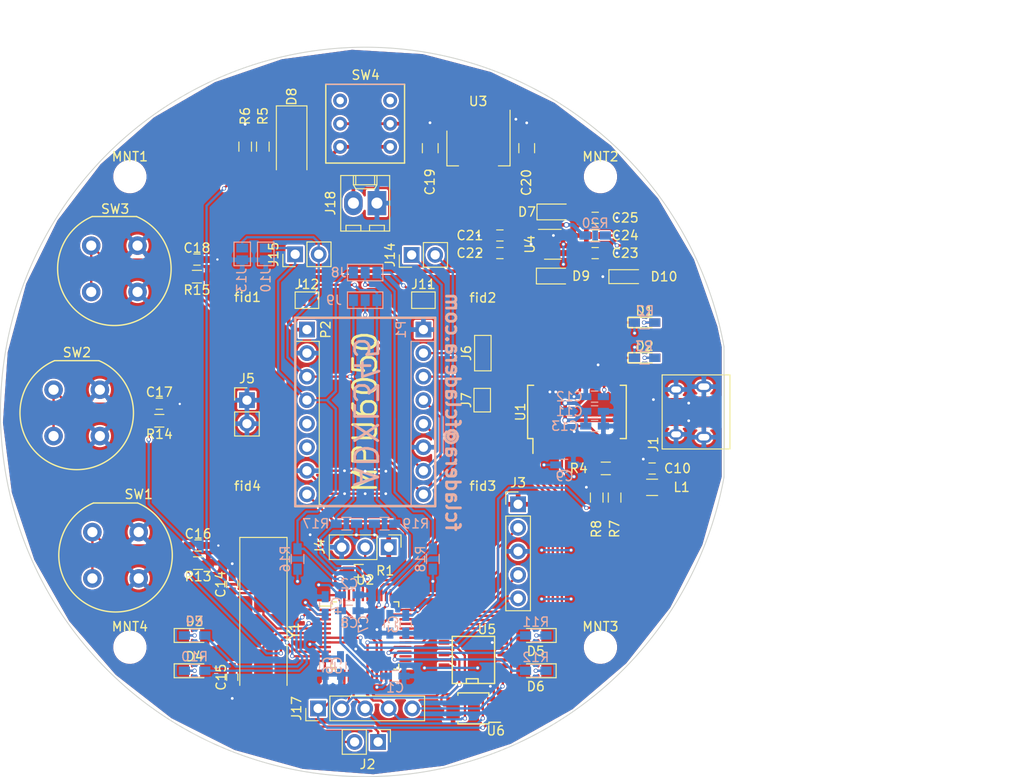
<source format=kicad_pcb>
(kicad_pcb (version 20170123) (host pcbnew "(2017-08-04 revision 33e05ae55)-master")
  (layers (0 F.Cu signal) (31 B.Cu signal) (34 B.Paste user) (35 F.Paste user) (36 B.SilkS user) (37 F.SilkS user) (38 B.Mask user) (39 F.Mask user) (44 Edge.Cuts user))
  (net 0 "")
  (net 1 GND)
  (net 2 +3V3)
  (net 3 /U5V)
  (net 4 "Net-(C12-Pad1)")
  (net 5 /RESET)
  (net 6 /USR_BTN_1)
  (net 7 /USR_BTN_2)
  (net 8 /VIN)
  (net 9 /E5V)
  (net 10 +5V)
  (net 11 "Net-(D1-Pad1)")
  (net 12 "Net-(D1-Pad2)")
  (net 13 "Net-(D2-Pad2)")
  (net 14 "Net-(D2-Pad1)")
  (net 15 "Net-(D3-Pad1)")
  (net 16 "Net-(D4-Pad1)")
  (net 17 "Net-(D5-Pad1)")
  (net 18 "Net-(D6-Pad1)")
  (net 19 "Net-(D8-Pad2)")
  (net 20 "Net-(D10-Pad2)")
  (net 21 "Net-(J1-Pad3)")
  (net 22 "Net-(J1-Pad2)")
  (net 23 /DEBUG_TX_uC)
  (net 24 /DEBUG_RX_uC)
  (net 25 /SWDIO)
  (net 26 /SWCLK)
  (net 27 /I2C1_SCL)
  (net 28 /I2C2_SCL)
  (net 29 /I2C2_SDA)
  (net 30 /I2C1_SDA)
  (net 31 /INT_MPU)
  (net 32 "Net-(P2-Pad6)")
  (net 33 "Net-(P2-Pad5)")
  (net 34 /BOOT_0)
  (net 35 "Net-(R4-Pad2)")
  (net 36 /LED_1)
  (net 37 /LED_2)
  (net 38 /LED_3)
  (net 39 /LED_4)
  (net 40 "Net-(U1-Pad28)")
  (net 41 "Net-(U1-Pad27)")
  (net 42 "Net-(U1-Pad19)")
  (net 43 "Net-(U1-Pad13)")
  (net 44 "Net-(U1-Pad12)")
  (net 45 /RTS_uC)
  (net 46 "Net-(U1-Pad10)")
  (net 47 "Net-(U1-Pad9)")
  (net 48 "Net-(U1-Pad6)")
  (net 49 /Tx_uC)
  (net 50 /CTS_uC)
  (net 51 "Net-(U1-Pad2)")
  (net 52 /Rx_uC)
  (net 53 /SPI1_MISO)
  (net 54 /SPI1_MOSI)
  (net 55 /SPI1_SCK)
  (net 56 /SPI1_HOLD)
  (net 57 /VCC_ADXL)
  (net 58 /CS_ADXL)
  (net 59 /INT1_ADXL)
  (net 60 /INT2_ADXL)
  (net 61 /SDA_ADXL)
  (net 62 /SCL_ADXL)
  (net 63 "Net-(U2-Pad26)")
  (net 64 "Net-(SW4-Pad1)")
  (net 65 "Net-(SW4-Pad4)")
  (net 66 /VUSB_ADC)
  (net 67 /VBAT_ADC)
  (net 68 "Net-(J1-Pad4)")
  (net 69 "Net-(C10-Pad1)")
  (net 70 "Net-(C14-Pad1)")
  (net 71 "Net-(C15-Pad1)")
  (net 72 "Net-(C23-Pad1)")
  (net 73 "Net-(J18-Pad2)")
  (net 74 "Net-(R1-Pad1)")
  (net 75 "Net-(U2-Pad46)")
  (net 76 "Net-(U2-Pad38)")
  (net 77 /SPI1_CS_2)
  (net 78 "Net-(U2-Pad25)")
  (net 79 "Net-(U2-Pad20)")
  (net 80 /SPI1_CS_1)
  (net 81 "Net-(U5-Pad3)")
  (net 82 "Net-(U2-Pad45)")
  (module Pin_Headers:Pin_Header_Straight_1x05_Pitch2.54mm (layer F.Cu) (at 147.32 133.604 90)
    (fp_text reference J17 (at 0 -2.33 90) (layer F.SilkS))
    (fp_text value SPI_ANALYZER)
    (pad 5 thru_hole oval (at 0 10.16 90) (size 1.7 1.7) (drill 1) (layers *.Cu *.Mask) (net 77 /SPI1_CS_2))
    (pad 4 thru_hole oval (at 0 7.62 90) (size 1.7 1.7) (drill 1) (layers *.Cu *.Mask) (net 54 /SPI1_MOSI))
    (pad 3 thru_hole oval (at 0 5.08 90) (size 1.7 1.7) (drill 1) (layers *.Cu *.Mask) (net 53 /SPI1_MISO))
    (pad 2 thru_hole oval (at 0 2.54 90) (size 1.7 1.7) (drill 1) (layers *.Cu *.Mask) (net 55 /SPI1_SCK))
    (pad 1 thru_hole rect (at 0 0 90) (size 1.7 1.7) (drill 1) (layers *.Cu *.Mask) (net 80 /SPI1_CS_1))
  )
  (module Capacitors_SMD:C_0603_HandSoldering (layer B.Cu) (at 150.6855 123.063)
    (fp_text reference C8 (at 0 1.3335) (layer B.SilkS) (effects (justify mirror)))
    (fp_text value 4.7uF)
    (pad 2 smd rect (at 0.95 0) (size 1.2 0.75) (layers B.Cu B.Paste B.Mask) (net 1 GND))
    (pad 1 smd rect (at -0.95 0) (size 1.2 0.75) (layers B.Cu B.Paste B.Mask) (net 2 +3V3))
  )
  (module Capacitors_SMD:C_0603_HandSoldering (layer B.Cu) (at 155.067 124.5235 270)
    (fp_text reference C7 (at 0 2.8575 270) (layer B.SilkS) (effects (justify mirror)))
    (fp_text value 4.7uF)
    (pad 1 smd rect (at -0.95 0 270) (size 1.2 0.75) (layers B.Cu B.Paste B.Mask) (net 2 +3V3))
    (pad 2 smd rect (at 0.95 0 270) (size 1.2 0.75) (layers B.Cu B.Paste B.Mask) (net 1 GND))
  )
  (module Capacitors_SMD:C_0603_HandSoldering (layer B.Cu) (at 149.733 128.9685 270)
    (fp_text reference C6 (at 0 1.3335 270) (layer B.SilkS) (effects (justify mirror)))
    (fp_text value 1uF_X5R)
    (pad 2 smd rect (at 0.95 0 270) (size 1.2 0.75) (layers B.Cu B.Paste B.Mask) (net 1 GND))
    (pad 1 smd rect (at -0.95 0 270) (size 1.2 0.75) (layers B.Cu B.Paste B.Mask) (net 2 +3V3))
  )
  (module Capacitors_SMD:C_0603_HandSoldering (layer B.Cu) (at 148.082 128.9685 270)
    (fp_text reference C5 (at -0.0025 -1.27 270) (layer B.SilkS) (effects (justify mirror)))
    (fp_text value 10nF_X7R)
    (pad 2 smd rect (at 0.95 0 270) (size 1.2 0.75) (layers B.Cu B.Paste B.Mask) (net 1 GND))
    (pad 1 smd rect (at -0.95 0 270) (size 1.2 0.75) (layers B.Cu B.Paste B.Mask) (net 2 +3V3))
  )
  (module Capacitors_SMD:C_0603_HandSoldering (layer B.Cu) (at 177.165 103.124)
    (fp_text reference C13 (at -3.2385 0) (layer B.SilkS) (effects (justify mirror)))
    (fp_text value 4.7uF)
    (pad 2 smd rect (at 0.95 0) (size 1.2 0.75) (layers B.Cu B.Paste B.Mask) (net 1 GND))
    (pad 1 smd rect (at -0.95 0) (size 1.2 0.75) (layers B.Cu B.Paste B.Mask) (net 3 /U5V))
  )
  (module Connectors_Molex:Molex_KK-6410-02_02x2.54mm_Straight (layer F.Cu) (at 153.67 79.0575 180)
    (fp_text reference J18 (at 5.0165 0 270) (layer F.SilkS))
    (fp_text value BAT)
    (pad 2 thru_hole oval (at 2.54 0 180) (size 2 2.6) (drill 1.2) (layers *.Cu *.Mask) (net 73 "Net-(J18-Pad2)"))
    (pad 1 thru_hole rect (at 0 0 180) (size 2 2.6) (drill 1.2) (layers *.Cu *.Mask) (net 1 GND))
  )
  (module Connectors:USB_Micro-B_10103594-0001LF (layer F.Cu) (at 187.579 101.6 90)
    (fp_text reference J1 (at -3.4925 -4.064 90) (layer F.SilkS))
    (fp_text value USB_OTG)
    (pad 6 smd rect (at 0.96 1.62 180) (size 2.5 1.43) (layers F.Cu F.Paste F.Mask) (net 1 GND))
    (pad 6 smd rect (at -0.96 1.62 180) (size 2.5 1.43) (layers F.Cu F.Paste F.Mask) (net 1 GND))
    (pad 6 thru_hole oval (at 2.73 1.38 180) (size 1.7 1.2) (drill oval 1.2 0.7) (layers *.Cu *.Mask) (net 1 GND))
    (pad 6 thru_hole oval (at -2.73 1.38 180) (size 1.7 1.2) (drill oval 1.2 0.7) (layers *.Cu *.Mask) (net 1 GND))
    (pad 6 thru_hole oval (at 2.42 -1.62 180) (size 1.5 1.1) (drill oval 1.05 0.65) (layers *.Cu *.Mask) (net 1 GND))
    (pad 6 thru_hole oval (at -2.42 -1.62 180) (size 1.5 1.1) (drill oval 1.05 0.65) (layers *.Cu *.Mask) (net 1 GND))
    (pad 5 smd rect (at 1.3 -1.5 180) (size 1.65 0.4) (layers F.Cu F.Paste F.Mask) (net 1 GND))
    (pad 4 smd rect (at 0.65 -1.5 180) (size 1.65 0.4) (layers F.Cu F.Paste F.Mask) (net 68 "Net-(J1-Pad4)"))
    (pad 3 smd rect (at 0 -1.5 180) (size 1.65 0.4) (layers F.Cu F.Paste F.Mask) (net 21 "Net-(J1-Pad3)"))
    (pad 2 smd rect (at -0.65 -1.5 180) (size 1.65 0.4) (layers F.Cu F.Paste F.Mask) (net 22 "Net-(J1-Pad2)"))
    (pad 1 smd rect (at -1.3 -1.5 180) (size 1.65 0.4) (layers F.Cu F.Paste F.Mask) (net 69 "Net-(C10-Pad1)"))
  )
  (module Resistors_SMD:R_0603_HandSoldering (layer F.Cu) (at 179.324 110.8456 270)
    (fp_text reference R7 (at 3.3909 0 270) (layer F.SilkS))
    (fp_text value 39k)
    (pad 1 smd rect (at -1.1 0 270) (size 1.2 0.9) (layers F.Cu F.Paste F.Mask) (net 3 /U5V))
    (pad 2 smd rect (at 1.1 0 270) (size 1.2 0.9) (layers F.Cu F.Paste F.Mask) (net 66 /VUSB_ADC))
  )
  (module Resistors_SMD:R_0603_HandSoldering (layer F.Cu) (at 177.3936 110.8456 90)
    (fp_text reference R8 (at -3.3909 -0.0381 90) (layer F.SilkS))
    (fp_text value 47k)
    (pad 2 smd rect (at 1.1 0 90) (size 1.2 0.9) (layers F.Cu F.Paste F.Mask) (net 1 GND))
    (pad 1 smd rect (at -1.1 0 90) (size 1.2 0.9) (layers F.Cu F.Paste F.Mask) (net 66 /VUSB_ADC))
  )
  (module TOROID:Pushbutton-MHPS2283-DPDT (layer F.Cu) (at 152.4 70.485)
    (fp_text reference SW4 (at 0.05 -5.25) (layer F.SilkS))
    (fp_text value SW_DPDT_x2)
    (pad 5 thru_hole circle (at 2.7 0) (size 1.5 1.5) (drill 0.8) (layers *.Cu *.Mask) (net 73 "Net-(J18-Pad2)"))
    (pad 2 thru_hole circle (at -2.7 0) (size 1.5 1.5) (drill 0.8) (layers *.Cu *.Mask) (net 73 "Net-(J18-Pad2)"))
    (pad 1 thru_hole circle (at -2.7 -2.5) (size 1.5 1.5) (drill 0.8) (layers *.Cu *.Mask) (net 64 "Net-(SW4-Pad1)"))
    (pad 4 thru_hole circle (at 2.7 -2.5) (size 1.5 1.5) (drill 0.8) (layers *.Cu *.Mask) (net 65 "Net-(SW4-Pad4)"))
    (pad 3 thru_hole circle (at -2.7 2.5) (size 1.5 1.5) (drill 0.8) (layers *.Cu *.Mask) (net 19 "Net-(D8-Pad2)"))
    (pad 6 thru_hole circle (at 2.7 2.5) (size 1.5 1.5) (drill 0.8) (layers *.Cu *.Mask) (net 19 "Net-(D8-Pad2)"))
  )
  (module Resistors_SMD:R_0603_HandSoldering (layer F.Cu) (at 141.351 72.9615 270)
    (fp_text reference R5 (at -3.302 0 270) (layer F.SilkS))
    (fp_text value 47k)
    (pad 1 smd rect (at -1.1 0 270) (size 1.2 0.9) (layers F.Cu F.Paste F.Mask) (net 8 /VIN))
    (pad 2 smd rect (at 1.1 0 270) (size 1.2 0.9) (layers F.Cu F.Paste F.Mask) (net 67 /VBAT_ADC))
  )
  (module Resistors_SMD:R_0603_HandSoldering (layer F.Cu) (at 139.446 72.9615 90)
    (fp_text reference R6 (at 3.302 0 90) (layer F.SilkS))
    (fp_text value 10k)
    (pad 2 smd rect (at 1.1 0 90) (size 1.2 0.9) (layers F.Cu F.Paste F.Mask) (net 1 GND))
    (pad 1 smd rect (at -1.1 0 90) (size 1.2 0.9) (layers F.Cu F.Paste F.Mask) (net 67 /VBAT_ADC))
  )
  (module Pin_Headers:Pin_Header_Straight_1x02_Pitch2.54mm (layer F.Cu) (at 153.797 137.2235 270)
    (fp_text reference J2 (at 2.413 1.143) (layer F.SilkS))
    (fp_text value DEBUG)
    (pad 2 thru_hole oval (at 0 2.54 270) (size 1.7 1.7) (drill 1) (layers *.Cu *.Mask) (net 23 /DEBUG_TX_uC))
    (pad 1 thru_hole rect (at 0 0 270) (size 1.7 1.7) (drill 1) (layers *.Cu *.Mask) (net 24 /DEBUG_RX_uC))
  )
  (module Pin_Headers:Pin_Header_Straight_1x02_Pitch2.54mm (layer F.Cu) (at 139.6365 100.33)
    (fp_text reference J5 (at 0 -2.33) (layer F.SilkS))
    (fp_text value GND)
    (pad 2 thru_hole oval (at 0 2.54) (size 1.7 1.7) (drill 1) (layers *.Cu *.Mask) (net 1 GND))
    (pad 1 thru_hole rect (at 0 0) (size 1.7 1.7) (drill 1) (layers *.Cu *.Mask) (net 1 GND))
  )
  (module Housings_SSOP:SSOP-28_5.3x10.2mm_Pitch0.65mm (layer F.Cu) (at 175.26 101.6 90)
    (fp_text reference U1 (at 0 -6.096 90) (layer F.SilkS))
    (fp_text value FT232RL)
    (pad 28 smd rect (at 3.6 -4.225 90) (size 1.75 0.45) (layers F.Cu F.Paste F.Mask) (net 40 "Net-(U1-Pad28)"))
    (pad 27 smd rect (at 3.6 -3.575 90) (size 1.75 0.45) (layers F.Cu F.Paste F.Mask) (net 41 "Net-(U1-Pad27)"))
    (pad 26 smd rect (at 3.6 -2.925 90) (size 1.75 0.45) (layers F.Cu F.Paste F.Mask) (net 1 GND))
    (pad 25 smd rect (at 3.6 -2.275 90) (size 1.75 0.45) (layers F.Cu F.Paste F.Mask) (net 1 GND))
    (pad 24 smd rect (at 3.6 -1.625 90) (size 1.75 0.45) (layers F.Cu F.Paste F.Mask))
    (pad 23 smd rect (at 3.6 -0.975 90) (size 1.75 0.45) (layers F.Cu F.Paste F.Mask) (net 11 "Net-(D1-Pad1)"))
    (pad 22 smd rect (at 3.6 -0.325 90) (size 1.75 0.45) (layers F.Cu F.Paste F.Mask) (net 14 "Net-(D2-Pad1)"))
    (pad 21 smd rect (at 3.6 0.325 90) (size 1.75 0.45) (layers F.Cu F.Paste F.Mask) (net 1 GND))
    (pad 20 smd rect (at 3.6 0.975 90) (size 1.75 0.45) (layers F.Cu F.Paste F.Mask) (net 3 /U5V))
    (pad 19 smd rect (at 3.6 1.625 90) (size 1.75 0.45) (layers F.Cu F.Paste F.Mask) (net 42 "Net-(U1-Pad19)"))
    (pad 18 smd rect (at 3.6 2.275 90) (size 1.75 0.45) (layers F.Cu F.Paste F.Mask) (net 1 GND))
    (pad 17 smd rect (at 3.6 2.925 90) (size 1.75 0.45) (layers F.Cu F.Paste F.Mask) (net 4 "Net-(C12-Pad1)"))
    (pad 16 smd rect (at 3.6 3.575 90) (size 1.75 0.45) (layers F.Cu F.Paste F.Mask) (net 22 "Net-(J1-Pad2)"))
    (pad 15 smd rect (at 3.6 4.225 90) (size 1.75 0.45) (layers F.Cu F.Paste F.Mask) (net 21 "Net-(J1-Pad3)"))
    (pad 14 smd rect (at -3.6 4.225 90) (size 1.75 0.45) (layers F.Cu F.Paste F.Mask) (net 35 "Net-(R4-Pad2)"))
    (pad 13 smd rect (at -3.6 3.575 90) (size 1.75 0.45) (layers F.Cu F.Paste F.Mask) (net 43 "Net-(U1-Pad13)"))
    (pad 12 smd rect (at -3.6 2.925 90) (size 1.75 0.45) (layers F.Cu F.Paste F.Mask) (net 44 "Net-(U1-Pad12)"))
    (pad 11 smd rect (at -3.6 2.275 90) (size 1.75 0.45) (layers F.Cu F.Paste F.Mask) (net 45 /RTS_uC))
    (pad 10 smd rect (at -3.6 1.625 90) (size 1.75 0.45) (layers F.Cu F.Paste F.Mask) (net 46 "Net-(U1-Pad10)"))
    (pad 9 smd rect (at -3.6 0.975 90) (size 1.75 0.45) (layers F.Cu F.Paste F.Mask) (net 47 "Net-(U1-Pad9)"))
    (pad 8 smd rect (at -3.6 0.325 90) (size 1.75 0.45) (layers F.Cu F.Paste F.Mask))
    (pad 7 smd rect (at -3.6 -0.325 90) (size 1.75 0.45) (layers F.Cu F.Paste F.Mask) (net 1 GND))
    (pad 6 smd rect (at -3.6 -0.975 90) (size 1.75 0.45) (layers F.Cu F.Paste F.Mask) (net 48 "Net-(U1-Pad6)"))
    (pad 5 smd rect (at -3.6 -1.625 90) (size 1.75 0.45) (layers F.Cu F.Paste F.Mask) (net 49 /Tx_uC))
    (pad 4 smd rect (at -3.6 -2.275 90) (size 1.75 0.45) (layers F.Cu F.Paste F.Mask) (net 2 +3V3))
    (pad 3 smd rect (at -3.6 -2.925 90) (size 1.75 0.45) (layers F.Cu F.Paste F.Mask) (net 50 /CTS_uC))
    (pad 2 smd rect (at -3.6 -3.575 90) (size 1.75 0.45) (layers F.Cu F.Paste F.Mask) (net 51 "Net-(U1-Pad2)"))
    (pad 1 smd rect (at -3.6 -4.225 90) (size 1.75 0.45) (layers F.Cu F.Paste F.Mask) (net 52 /Rx_uC))
  )
  (module Pin_Headers:Pin_Header_Straight_1x02_Pitch2.54mm (layer F.Cu) (at 144.8435 84.582 90)
    (fp_text reference J15 (at 0 -2.33 90) (layer F.SilkS))
    (fp_text value ANALIZER_MPU)
    (pad 1 thru_hole rect (at 0 0 90) (size 1.7 1.7) (drill 1) (layers *.Cu *.Mask) (net 30 /I2C1_SDA))
    (pad 2 thru_hole oval (at 0 2.54 90) (size 1.7 1.7) (drill 1) (layers *.Cu *.Mask) (net 27 /I2C1_SCL))
  )
  (module Pin_Headers:Pin_Header_Straight_1x02_Pitch2.54mm (layer F.Cu) (at 157.4165 84.6455 90)
    (fp_text reference J14 (at 0 -2.33 90) (layer F.SilkS))
    (fp_text value ANALIZER_ADXL)
    (pad 2 thru_hole oval (at 0 2.54 90) (size 1.7 1.7) (drill 1) (layers *.Cu *.Mask) (net 62 /SCL_ADXL))
    (pad 1 thru_hole rect (at 0 0 90) (size 1.7 1.7) (drill 1) (layers *.Cu *.Mask) (net 61 /SDA_ADXL))
  )
  (module Pin_Headers:Pin_Header_Straight_1x03_Pitch2.54mm (layer F.Cu) (at 154.94 116.205 270)
    (fp_text reference J4 (at -0.0635 7.4295 270) (layer F.SilkS))
    (fp_text value BOOT_JMP)
    (pad 3 thru_hole oval (at 0 5.08 270) (size 1.7 1.7) (drill 1) (layers *.Cu *.Mask) (net 1 GND))
    (pad 2 thru_hole oval (at 0 2.54 270) (size 1.7 1.7) (drill 1) (layers *.Cu *.Mask) (net 34 /BOOT_0))
    (pad 1 thru_hole rect (at 0 0 270) (size 1.7 1.7) (drill 1) (layers *.Cu *.Mask) (net 2 +3V3))
  )
  (module Fiducials:Fiducial_1mm_Dia_2.54mm_Outer_CopperTop (layer F.Cu) (at 139.7 111.76)
    (fp_text reference fid4 (at 0 -2.159) (layer F.SilkS))
    (fp_text value fiducial)
    (pad ~ smd circle (at 0 0) (size 1 1) (layers F.Cu F.Mask) (clearance 0.77))
  )
  (module Fiducials:Fiducial_1mm_Dia_2.54mm_Outer_CopperTop (layer F.Cu) (at 165.1 111.76)
    (fp_text reference fid3 (at 0 -2.159) (layer F.SilkS))
    (fp_text value fiducial)
    (pad ~ smd circle (at 0 0) (size 1 1) (layers F.Cu F.Mask) (clearance 0.77))
  )
  (module Fiducials:Fiducial_1mm_Dia_2.54mm_Outer_CopperTop (layer F.Cu) (at 165.1 91.44)
    (fp_text reference fid2 (at 0 -2.159) (layer F.SilkS))
    (fp_text value fiducial)
    (pad ~ smd circle (at 0 0) (size 1 1) (layers F.Cu F.Mask) (clearance 0.77))
  )
  (module Fiducials:Fiducial_1mm_Dia_2.54mm_Outer_CopperTop (layer F.Cu) (at 139.7 91.3765)
    (fp_text reference fid1 (at 0 -2.159) (layer F.SilkS))
    (fp_text value fiducial)
    (pad ~ smd circle (at 0 0) (size 1 1) (layers F.Cu F.Mask) (clearance 0.77))
  )
  (module Capacitors_SMD:C_0603_HandSoldering (layer B.Cu) (at 155.6385 130.1115)
    (fp_text reference C1 (at 0 1.27) (layer B.SilkS) (effects (justify mirror)))
    (fp_text value 100nF)
    (pad 2 smd rect (at 0.95 0) (size 1.2 0.75) (layers B.Cu B.Paste B.Mask) (net 1 GND))
    (pad 1 smd rect (at -0.95 0) (size 1.2 0.75) (layers B.Cu B.Paste B.Mask) (net 2 +3V3))
  )
  (module Capacitors_SMD:C_0603_HandSoldering (layer B.Cu) (at 150.6855 121.3485)
    (fp_text reference C2 (at 0 -1.2065) (layer B.SilkS) (effects (justify mirror)))
    (fp_text value 100nF)
    (pad 1 smd rect (at -0.95 0) (size 1.2 0.75) (layers B.Cu B.Paste B.Mask) (net 2 +3V3))
    (pad 2 smd rect (at 0.95 0) (size 1.2 0.75) (layers B.Cu B.Paste B.Mask) (net 1 GND))
  )
  (module Capacitors_SMD:C_0603_HandSoldering (layer B.Cu) (at 156.7815 124.5235 270)
    (fp_text reference C3 (at 0 1.3335 270) (layer B.SilkS) (effects (justify mirror)))
    (fp_text value 100nF)
    (pad 2 smd rect (at 0.95 0 270) (size 1.2 0.75) (layers B.Cu B.Paste B.Mask) (net 1 GND))
    (pad 1 smd rect (at -0.95 0 270) (size 1.2 0.75) (layers B.Cu B.Paste B.Mask) (net 2 +3V3))
  )
  (module Capacitors_SMD:C_0603_HandSoldering (layer B.Cu) (at 173.9265 107.315)
    (fp_text reference C9 (at 0 1.25) (layer B.SilkS) (effects (justify mirror)))
    (fp_text value 100nF)
    (pad 2 smd rect (at 0.95 0) (size 1.2 0.75) (layers B.Cu B.Paste B.Mask) (net 1 GND))
    (pad 1 smd rect (at -0.95 0) (size 1.2 0.75) (layers B.Cu B.Paste B.Mask) (net 2 +3V3))
  )
  (module Capacitors_SMD:C_0603_HandSoldering (layer F.Cu) (at 183.3753 107.7087 180)
    (fp_text reference C10 (at -2.7432 0.0127 180) (layer F.SilkS))
    (fp_text value 10nF_X7R)
    (pad 1 smd rect (at -0.95 0 180) (size 1.2 0.75) (layers F.Cu F.Paste F.Mask) (net 69 "Net-(C10-Pad1)"))
    (pad 2 smd rect (at 0.95 0 180) (size 1.2 0.75) (layers F.Cu F.Paste F.Mask) (net 1 GND))
  )
  (module Capacitors_SMD:C_0603_HandSoldering (layer B.Cu) (at 177.165 101.5365)
    (fp_text reference C11 (at -2.7305 0) (layer B.SilkS) (effects (justify mirror)))
    (fp_text value 100nF)
    (pad 1 smd rect (at -0.95 0) (size 1.2 0.75) (layers B.Cu B.Paste B.Mask) (net 3 /U5V))
    (pad 2 smd rect (at 0.95 0) (size 1.2 0.75) (layers B.Cu B.Paste B.Mask) (net 1 GND))
  )
  (module Capacitors_SMD:C_0603_HandSoldering (layer B.Cu) (at 177.165 99.949 180)
    (fp_text reference C12 (at 2.7305 0 180) (layer B.SilkS) (effects (justify mirror)))
    (fp_text value 100nF)
    (pad 1 smd rect (at -0.95 0 180) (size 1.2 0.75) (layers B.Cu B.Paste B.Mask) (net 4 "Net-(C12-Pad1)"))
    (pad 2 smd rect (at 0.95 0 180) (size 1.2 0.75) (layers B.Cu B.Paste B.Mask) (net 1 GND))
  )
  (module Capacitors_SMD:C_0603_HandSoldering (layer F.Cu) (at 138.049 120.2055 90)
    (fp_text reference C14 (at 0 -1.25 90) (layer F.SilkS))
    (fp_text value 10pF)
    (pad 2 smd rect (at 0.95 0 90) (size 1.2 0.75) (layers F.Cu F.Paste F.Mask) (net 1 GND))
    (pad 1 smd rect (at -0.95 0 90) (size 1.2 0.75) (layers F.Cu F.Paste F.Mask) (net 70 "Net-(C14-Pad1)"))
  )
  (module Capacitors_SMD:C_0603_HandSoldering (layer F.Cu) (at 138.049 130.2385 270)
    (fp_text reference C15 (at 0 1.2065 270) (layer F.SilkS))
    (fp_text value 10pF)
    (pad 2 smd rect (at 0.95 0 270) (size 1.2 0.75) (layers F.Cu F.Paste F.Mask) (net 1 GND))
    (pad 1 smd rect (at -0.95 0 270) (size 1.2 0.75) (layers F.Cu F.Paste F.Mask) (net 71 "Net-(C15-Pad1)"))
  )
  (module Capacitors_SMD:C_0603_HandSoldering (layer F.Cu) (at 134.366 116.0145)
    (fp_text reference C16 (at 0 -1.25) (layer F.SilkS))
    (fp_text value 100nF)
    (pad 2 smd rect (at 0.95 0) (size 1.2 0.75) (layers F.Cu F.Paste F.Mask) (net 1 GND))
    (pad 1 smd rect (at -0.95 0) (size 1.2 0.75) (layers F.Cu F.Paste F.Mask) (net 5 /RESET))
  )
  (module Capacitors_SMD:C_0603_HandSoldering (layer F.Cu) (at 130.175 100.711)
    (fp_text reference C17 (at 0 -1.25) (layer F.SilkS))
    (fp_text value 100nF)
    (pad 1 smd rect (at -0.95 0) (size 1.2 0.75) (layers F.Cu F.Paste F.Mask) (net 6 /USR_BTN_1))
    (pad 2 smd rect (at 0.95 0) (size 1.2 0.75) (layers F.Cu F.Paste F.Mask) (net 1 GND))
  )
  (module Capacitors_SMD:C_0603_HandSoldering (layer F.Cu) (at 134.239 85.1535)
    (fp_text reference C18 (at 0 -1.25) (layer F.SilkS))
    (fp_text value 100nF)
    (pad 2 smd rect (at 0.95 0) (size 1.2 0.75) (layers F.Cu F.Paste F.Mask) (net 1 GND))
    (pad 1 smd rect (at -0.95 0) (size 1.2 0.75) (layers F.Cu F.Paste F.Mask) (net 7 /USR_BTN_2))
  )
  (module Capacitors_SMD:C_0805_HandSoldering (layer F.Cu) (at 159.4231 73.1266 90)
    (fp_text reference C19 (at -3.6449 -0.0381 90) (layer F.SilkS))
    (fp_text value 10uF)
    (pad 1 smd rect (at -1.25 0 90) (size 1.5 1.25) (layers F.Cu F.Paste F.Mask) (net 8 /VIN))
    (pad 2 smd rect (at 1.25 0 90) (size 1.5 1.25) (layers F.Cu F.Paste F.Mask) (net 1 GND))
  )
  (module Capacitors_SMD:C_0805_HandSoldering (layer F.Cu) (at 169.8371 73.1266 90)
    (fp_text reference C20 (at -3.7084 -0.0381 90) (layer F.SilkS))
    (fp_text value 10uF)
    (pad 2 smd rect (at 1.25 0 90) (size 1.5 1.25) (layers F.Cu F.Paste F.Mask) (net 1 GND))
    (pad 1 smd rect (at -1.25 0 90) (size 1.5 1.25) (layers F.Cu F.Paste F.Mask) (net 9 /E5V))
  )
  (module Capacitors_SMD:C_0603_HandSoldering (layer F.Cu) (at 166.9415 82.55 180)
    (fp_text reference C21 (at 3.2385 0 180) (layer F.SilkS))
    (fp_text value 1uF_X5R)
    (pad 1 smd rect (at -0.95 0 180) (size 1.2 0.75) (layers F.Cu F.Paste F.Mask) (net 10 +5V))
    (pad 2 smd rect (at 0.95 0 180) (size 1.2 0.75) (layers F.Cu F.Paste F.Mask) (net 1 GND))
  )
  (module Capacitors_SMD:C_0603_HandSoldering (layer F.Cu) (at 166.9415 84.455 180)
    (fp_text reference C22 (at 3.2385 0 180) (layer F.SilkS))
    (fp_text value 100nF)
    (pad 2 smd rect (at 0.95 0 180) (size 1.2 0.75) (layers F.Cu F.Paste F.Mask) (net 1 GND))
    (pad 1 smd rect (at -0.95 0 180) (size 1.2 0.75) (layers F.Cu F.Paste F.Mask) (net 10 +5V))
  )
  (module Capacitors_SMD:C_0603_HandSoldering (layer F.Cu) (at 177.2285 84.455)
    (fp_text reference C23 (at 3.2385 0) (layer F.SilkS))
    (fp_text value 10nF_X7R)
    (pad 2 smd rect (at 0.95 0) (size 1.2 0.75) (layers F.Cu F.Paste F.Mask) (net 1 GND))
    (pad 1 smd rect (at -0.95 0) (size 1.2 0.75) (layers F.Cu F.Paste F.Mask) (net 72 "Net-(C23-Pad1)"))
  )
  (module Capacitors_SMD:C_0603_HandSoldering (layer F.Cu) (at 177.226 82.55)
    (fp_text reference C24 (at 3.241 0) (layer F.SilkS))
    (fp_text value 1uF_X5R)
    (pad 1 smd rect (at -0.95 0) (size 1.2 0.75) (layers F.Cu F.Paste F.Mask) (net 2 +3V3))
    (pad 2 smd rect (at 0.95 0) (size 1.2 0.75) (layers F.Cu F.Paste F.Mask) (net 1 GND))
  )
  (module Capacitors_SMD:C_0603_HandSoldering (layer F.Cu) (at 177.231 80.645)
    (fp_text reference C25 (at 3.236 0) (layer F.SilkS))
    (fp_text value 100nF)
    (pad 1 smd rect (at -0.95 0) (size 1.2 0.75) (layers F.Cu F.Paste F.Mask) (net 2 +3V3))
    (pad 2 smd rect (at 0.95 0) (size 1.2 0.75) (layers F.Cu F.Paste F.Mask) (net 1 GND))
  )
  (module LEDs:LED_0603_HandSoldering (layer F.Cu) (at 182.5625 91.948)
    (fp_text reference D1 (at 0 -1.27) (layer F.SilkS))
    (fp_text value LED)
    (pad 1 smd rect (at -1.1 0) (size 1.2 0.9) (layers F.Cu F.Paste F.Mask) (net 11 "Net-(D1-Pad1)"))
    (pad 2 smd rect (at 1.1 0) (size 1.2 0.9) (layers F.Cu F.Paste F.Mask) (net 12 "Net-(D1-Pad2)"))
  )
  (module LEDs:LED_0603_HandSoldering (layer F.Cu) (at 182.583 95.758)
    (fp_text reference D2 (at -0.0205 -1.27) (layer F.SilkS))
    (fp_text value LED)
    (pad 2 smd rect (at 1.1 0) (size 1.2 0.9) (layers F.Cu F.Paste F.Mask) (net 13 "Net-(D2-Pad2)"))
    (pad 1 smd rect (at -1.1 0) (size 1.2 0.9) (layers F.Cu F.Paste F.Mask) (net 14 "Net-(D2-Pad1)"))
  )
  (module LEDs:LED_0805_HandSoldering (layer F.Cu) (at 133.985 125.73)
    (fp_text reference D3 (at 0 -1.524) (layer F.SilkS))
    (fp_text value LED)
    (pad 1 smd rect (at -1.35 0) (size 1.5 1.3) (layers F.Cu F.Paste F.Mask) (net 15 "Net-(D3-Pad1)"))
    (pad 2 smd rect (at 1.35 0) (size 1.5 1.3) (layers F.Cu F.Paste F.Mask) (net 2 +3V3))
  )
  (module LEDs:LED_0805_HandSoldering (layer F.Cu) (at 133.985 129.54)
    (fp_text reference D4 (at 0 -1.524) (layer F.SilkS))
    (fp_text value LED)
    (pad 2 smd rect (at 1.35 0) (size 1.5 1.3) (layers F.Cu F.Paste F.Mask) (net 2 +3V3))
    (pad 1 smd rect (at -1.35 0) (size 1.5 1.3) (layers F.Cu F.Paste F.Mask) (net 16 "Net-(D4-Pad1)"))
  )
  (module LEDs:LED_0805_HandSoldering (layer F.Cu) (at 170.815 125.73 180)
    (fp_text reference D5 (at 0 -1.7 180) (layer F.SilkS))
    (fp_text value LED)
    (pad 1 smd rect (at -1.35 0 180) (size 1.5 1.3) (layers F.Cu F.Paste F.Mask) (net 17 "Net-(D5-Pad1)"))
    (pad 2 smd rect (at 1.35 0 180) (size 1.5 1.3) (layers F.Cu F.Paste F.Mask) (net 2 +3V3))
  )
  (module LEDs:LED_0805_HandSoldering (layer F.Cu) (at 170.815 129.54 180)
    (fp_text reference D6 (at 0 -1.7 180) (layer F.SilkS))
    (fp_text value LED)
    (pad 2 smd rect (at 1.35 0 180) (size 1.5 1.3) (layers F.Cu F.Paste F.Mask) (net 2 +3V3))
    (pad 1 smd rect (at -1.35 0 180) (size 1.5 1.3) (layers F.Cu F.Paste F.Mask) (net 18 "Net-(D6-Pad1)"))
  )
  (module Diodes_SMD:D_SOD-323_HandSoldering (layer F.Cu) (at 172.847 80.01)
    (fp_text reference D7 (at -2.9845 0) (layer F.SilkS))
    (fp_text value BAT60JFILM)
    (pad 1 smd rect (at -1.25 0) (size 1 1) (layers F.Cu F.Paste F.Mask) (net 10 +5V))
    (pad 2 smd rect (at 1.25 0) (size 1 1) (layers F.Cu F.Paste F.Mask) (net 9 /E5V))
  )
  (module Diodes_SMD:D_SMA_Handsoldering (layer F.Cu) (at 144.4625 72.9615 270)
    (fp_text reference D8 (at -5.3975 0 270) (layer F.SilkS))
    (fp_text value STPS2L30A)
    (pad 1 smd rect (at -2.5 0 270) (size 3.5 1.8) (layers F.Cu F.Paste F.Mask) (net 8 /VIN))
    (pad 2 smd rect (at 2.5 0 270) (size 3.5 1.8) (layers F.Cu F.Paste F.Mask) (net 19 "Net-(D8-Pad2)"))
  )
  (module Diodes_SMD:D_SOD-323_HandSoldering (layer F.Cu) (at 172.7835 86.9315)
    (fp_text reference D9 (at 2.921 0) (layer F.SilkS))
    (fp_text value BAT60JFILM)
    (pad 2 smd rect (at 1.25 0) (size 1 1) (layers F.Cu F.Paste F.Mask) (net 3 /U5V))
    (pad 1 smd rect (at -1.25 0) (size 1 1) (layers F.Cu F.Paste F.Mask) (net 10 +5V))
  )
  (module LEDs:LED_0805_HandSoldering (layer F.Cu) (at 180.9115 86.995)
    (fp_text reference D10 (at 3.7465 0) (layer F.SilkS))
    (fp_text value LED)
    (pad 2 smd rect (at 1.35 0) (size 1.5 1.3) (layers F.Cu F.Paste F.Mask) (net 20 "Net-(D10-Pad2)"))
    (pad 1 smd rect (at -1.35 0) (size 1.5 1.3) (layers F.Cu F.Paste F.Mask) (net 1 GND))
  )
  (module Pin_Headers:Pin_Header_Straight_1x05_Pitch2.54mm (layer F.Cu) (at 168.91 111.5695)
    (fp_text reference J3 (at 0 -2.33) (layer F.SilkS))
    (fp_text value SWD)
    (pad 5 thru_hole oval (at 0 10.16) (size 1.7 1.7) (drill 1) (layers *.Cu *.Mask) (net 5 /RESET))
    (pad 4 thru_hole oval (at 0 7.62) (size 1.7 1.7) (drill 1) (layers *.Cu *.Mask) (net 25 /SWDIO))
    (pad 3 thru_hole oval (at 0 5.08) (size 1.7 1.7) (drill 1) (layers *.Cu *.Mask) (net 1 GND))
    (pad 2 thru_hole oval (at 0 2.54) (size 1.7 1.7) (drill 1) (layers *.Cu *.Mask) (net 26 /SWCLK))
    (pad 1 thru_hole rect (at 0 0) (size 1.7 1.7) (drill 1) (layers *.Cu *.Mask) (net 2 +3V3))
  )
  (module Connectors:GS3 (layer F.Cu) (at 165.1 95.25 180)
    (fp_text reference J6 (at 1.778 0 270) (layer F.SilkS))
    (fp_text value GS3)
    (pad 3 smd rect (at 0 1.27 180) (size 1.27 0.97) (layers F.Cu F.Paste F.Mask) (net 10 +5V))
    (pad 2 smd rect (at 0 0 180) (size 1.27 0.97) (layers F.Cu F.Paste F.Mask) (net 57 /VCC_ADXL))
    (pad 1 smd rect (at 0 -1.27 180) (size 1.27 0.97) (layers F.Cu F.Paste F.Mask) (net 2 +3V3))
  )
  (module Connectors:GS2 (layer F.Cu) (at 165.0365 100.33 180)
    (fp_text reference J7 (at 1.7145 0 270) (layer F.SilkS))
    (fp_text value GS2)
    (pad 2 smd rect (at 0 0.64 180) (size 1.27 0.97) (layers F.Cu F.Paste F.Mask) (net 58 /CS_ADXL))
    (pad 1 smd rect (at 0 -0.64 180) (size 1.27 0.97) (layers F.Cu F.Paste F.Mask) (net 2 +3V3))
  )
  (module Connectors:GS3 (layer B.Cu) (at 152.4 86.5505 270)
    (fp_text reference J8 (at 0 2.8575 180) (layer B.SilkS) (effects (justify mirror)))
    (fp_text value GS3)
    (pad 1 smd rect (at 0 1.27 270) (size 1.27 0.97) (layers B.Cu B.Paste B.Mask) (net 30 /I2C1_SDA))
    (pad 2 smd rect (at 0 0 270) (size 1.27 0.97) (layers B.Cu B.Paste B.Mask) (net 61 /SDA_ADXL))
    (pad 3 smd rect (at 0 -1.27 270) (size 1.27 0.97) (layers B.Cu B.Paste B.Mask) (net 29 /I2C2_SDA))
  )
  (module Connectors:GS3 (layer B.Cu) (at 152.4 89.535 270)
    (fp_text reference J9 (at 0 3.3655 180) (layer B.SilkS) (effects (justify mirror)))
    (fp_text value GS3)
    (pad 3 smd rect (at 0 -1.27 270) (size 1.27 0.97) (layers B.Cu B.Paste B.Mask) (net 28 /I2C2_SCL))
    (pad 2 smd rect (at 0 0 270) (size 1.27 0.97) (layers B.Cu B.Paste B.Mask) (net 62 /SCL_ADXL))
    (pad 1 smd rect (at 0 1.27 270) (size 1.27 0.97) (layers B.Cu B.Paste B.Mask) (net 27 /I2C1_SCL))
  )
  (module Connectors:GS2 (layer B.Cu) (at 141.666899 84.540425 180)
    (fp_text reference J10 (at -0.001601 -2.835575 90) (layer B.SilkS) (effects (justify mirror)))
    (fp_text value GS2)
    (pad 1 smd rect (at 0 0.64 180) (size 1.27 0.97) (layers B.Cu B.Paste B.Mask) (net 30 /I2C1_SDA))
    (pad 2 smd rect (at 0 -0.64 180) (size 1.27 0.97) (layers B.Cu B.Paste B.Mask) (net 1 GND))
  )
  (module Connectors:GS2 (layer F.Cu) (at 158.6865 89.535 90)
    (fp_text reference J11 (at 1.7145 0 180) (layer F.SilkS))
    (fp_text value GS2)
    (pad 2 smd rect (at 0 0.64 90) (size 1.27 0.97) (layers F.Cu F.Paste F.Mask) (net 1 GND))
    (pad 1 smd rect (at 0 -0.64 90) (size 1.27 0.97) (layers F.Cu F.Paste F.Mask) (net 29 /I2C2_SDA))
  )
  (module Connectors:GS2 (layer F.Cu) (at 146.1135 89.537291 270)
    (fp_text reference J12 (at -1.716791 0) (layer F.SilkS))
    (fp_text value GS2)
    (pad 2 smd rect (at 0 0.64 270) (size 1.27 0.97) (layers F.Cu F.Paste F.Mask) (net 1 GND))
    (pad 1 smd rect (at 0 -0.64 270) (size 1.27 0.97) (layers F.Cu F.Paste F.Mask) (net 28 /I2C2_SCL))
  )
  (module Connectors:GS2 (layer B.Cu) (at 139.126899 84.540425 180)
    (fp_text reference J13 (at 0.061899 -2.835575 90) (layer B.SilkS) (effects (justify mirror)))
    (fp_text value GS2)
    (pad 2 smd rect (at 0 -0.64 180) (size 1.27 0.97) (layers B.Cu B.Paste B.Mask) (net 1 GND))
    (pad 1 smd rect (at 0 0.64 180) (size 1.27 0.97) (layers B.Cu B.Paste B.Mask) (net 27 /I2C1_SCL))
  )
  (module Inductors_SMD:L_0805_HandSoldering (layer F.Cu) (at 183.3753 109.7407)
    (fp_text reference L1 (at 3.1877 -0.0127) (layer F.SilkS))
    (fp_text value MI0805K400R-10)
    (pad 2 smd rect (at 1.35 0) (size 1.5 1.3) (layers F.Cu F.Paste F.Mask) (net 69 "Net-(C10-Pad1)"))
    (pad 1 smd rect (at -1.35 0) (size 1.5 1.3) (layers F.Cu F.Paste F.Mask) (net 3 /U5V))
  )
  (module Mounting_Holes:MountingHole_3.2mm_M3 (layer F.Cu) (at 127 76.2)
    (fp_text reference MNT1 (at 0 -2.159) (layer F.SilkS))
    (fp_text value MountHole)
    (pad 1 np_thru_hole circle (at 0 0) (size 3.2 3.2) (drill 3.2) (layers *.Cu *.Mask))
  )
  (module Mounting_Holes:MountingHole_3.2mm_M3 (layer F.Cu) (at 177.8 76.2)
    (fp_text reference MNT2 (at 0 -2.159) (layer F.SilkS))
    (fp_text value MountHole)
    (pad 1 np_thru_hole circle (at 0 0) (size 3.2 3.2) (drill 3.2) (layers *.Cu *.Mask))
  )
  (module Mounting_Holes:MountingHole_3.2mm_M3 (layer F.Cu) (at 177.8 127)
    (fp_text reference MNT3 (at 0 -2.2225) (layer F.SilkS))
    (fp_text value MountHole)
    (pad 1 np_thru_hole circle (at 0 0) (size 3.2 3.2) (drill 3.2) (layers *.Cu *.Mask))
  )
  (module Mounting_Holes:MountingHole_3.2mm_M3 (layer F.Cu) (at 127 127)
    (fp_text reference MNT4 (at 0 -2.2225) (layer F.SilkS))
    (fp_text value MountHole)
    (pad 1 np_thru_hole circle (at 0 0) (size 3.2 3.2) (drill 3.2) (layers *.Cu *.Mask))
  )
  (module Pin_Headers:Pin_Header_Straight_1x08_Pitch2.54mm (layer B.Cu) (at 158.6865 92.71 180)
    (fp_text reference P1 (at 2.413 0 270) (layer B.SilkS) (effects (justify mirror)))
    (fp_text value ADXL345)
    (pad 1 thru_hole rect (at 0 0 180) (size 1.7 1.7) (drill 1) (layers *.Cu *.Mask) (net 1 GND))
    (pad 2 thru_hole oval (at 0 -2.54 180) (size 1.7 1.7) (drill 1) (layers *.Cu *.Mask) (net 57 /VCC_ADXL))
    (pad 3 thru_hole oval (at 0 -5.08 180) (size 1.7 1.7) (drill 1) (layers *.Cu *.Mask) (net 58 /CS_ADXL))
    (pad 4 thru_hole oval (at 0 -7.62 180) (size 1.7 1.7) (drill 1) (layers *.Cu *.Mask) (net 59 /INT1_ADXL))
    (pad 5 thru_hole oval (at 0 -10.16 180) (size 1.7 1.7) (drill 1) (layers *.Cu *.Mask) (net 60 /INT2_ADXL))
    (pad 6 thru_hole oval (at 0 -12.7 180) (size 1.7 1.7) (drill 1) (layers *.Cu *.Mask) (net 1 GND))
    (pad 7 thru_hole oval (at 0 -15.24 180) (size 1.7 1.7) (drill 1) (layers *.Cu *.Mask) (net 61 /SDA_ADXL))
    (pad 8 thru_hole oval (at 0 -17.78 180) (size 1.7 1.7) (drill 1) (layers *.Cu *.Mask) (net 62 /SCL_ADXL))
  )
  (module Pin_Headers:Pin_Header_Straight_1x08_Pitch2.54mm (layer F.Cu) (at 146.1135 92.71)
    (fp_text reference P2 (at 2.032 0 90) (layer F.SilkS))
    (fp_text value MPU_6050)
    (pad 8 thru_hole oval (at 0 17.78) (size 1.7 1.7) (drill 1) (layers *.Cu *.Mask) (net 31 /INT_MPU))
    (pad 7 thru_hole oval (at 0 15.24) (size 1.7 1.7) (drill 1) (layers *.Cu *.Mask) (net 1 GND))
    (pad 6 thru_hole oval (at 0 12.7) (size 1.7 1.7) (drill 1) (layers *.Cu *.Mask) (net 32 "Net-(P2-Pad6)"))
    (pad 5 thru_hole oval (at 0 10.16) (size 1.7 1.7) (drill 1) (layers *.Cu *.Mask) (net 33 "Net-(P2-Pad5)"))
    (pad 4 thru_hole oval (at 0 7.62) (size 1.7 1.7) (drill 1) (layers *.Cu *.Mask) (net 30 /I2C1_SDA))
    (pad 3 thru_hole oval (at 0 5.08) (size 1.7 1.7) (drill 1) (layers *.Cu *.Mask) (net 27 /I2C1_SCL))
    (pad 2 thru_hole oval (at 0 2.54) (size 1.7 1.7) (drill 1) (layers *.Cu *.Mask) (net 1 GND))
    (pad 1 thru_hole rect (at 0 0) (size 1.7 1.7) (drill 1) (layers *.Cu *.Mask) (net 10 +5V))
  )
  (module Resistors_SMD:R_0603_HandSoldering (layer B.Cu) (at 182.5625 91.948)
    (fp_text reference R2 (at 0.0635 -1.27) (layer B.SilkS) (effects (justify mirror)))
    (fp_text value 1k1)
    (pad 2 smd rect (at 1.1 0) (size 1.2 0.9) (layers B.Cu B.Paste B.Mask) (net 12 "Net-(D1-Pad2)"))
    (pad 1 smd rect (at -1.1 0) (size 1.2 0.9) (layers B.Cu B.Paste B.Mask) (net 2 +3V3))
  )
  (module Resistors_SMD:R_0603_HandSoldering (layer B.Cu) (at 182.5625 95.758)
    (fp_text reference R3 (at -0.0635 -1.27) (layer B.SilkS) (effects (justify mirror)))
    (fp_text value 1k1)
    (pad 1 smd rect (at -1.1 0) (size 1.2 0.9) (layers B.Cu B.Paste B.Mask) (net 2 +3V3))
    (pad 2 smd rect (at 1.1 0) (size 1.2 0.9) (layers B.Cu B.Paste B.Mask) (net 13 "Net-(D2-Pad2)"))
  )
  (module Resistors_SMD:R_0603_HandSoldering (layer F.Cu) (at 151.7015 118.745)
    (fp_text reference R1 (at 2.8575 0) (layer F.SilkS))
    (fp_text value 10k)
    (pad 1 smd rect (at -1.1 0) (size 1.2 0.9) (layers F.Cu F.Paste F.Mask) (net 74 "Net-(R1-Pad1)"))
    (pad 2 smd rect (at 1.1 0) (size 1.2 0.9) (layers F.Cu F.Paste F.Mask) (net 34 /BOOT_0))
  )
  (module Resistors_SMD:R_0603_HandSoldering (layer F.Cu) (at 178.3715 107.696)
    (fp_text reference R4 (at -2.921 0) (layer F.SilkS))
    (fp_text value 10k)
    (pad 1 smd rect (at -1.1 0) (size 1.2 0.9) (layers F.Cu F.Paste F.Mask) (net 2 +3V3))
    (pad 2 smd rect (at 1.1 0) (size 1.2 0.9) (layers F.Cu F.Paste F.Mask) (net 35 "Net-(R4-Pad2)"))
  )
  (module Resistors_SMD:R_0603_HandSoldering (layer B.Cu) (at 133.985 125.73)
    (fp_text reference R9 (at 0 -1.524) (layer B.SilkS) (effects (justify mirror)))
    (fp_text value 1k1)
    (pad 1 smd rect (at -1.1 0) (size 1.2 0.9) (layers B.Cu B.Paste B.Mask) (net 15 "Net-(D3-Pad1)"))
    (pad 2 smd rect (at 1.1 0) (size 1.2 0.9) (layers B.Cu B.Paste B.Mask) (net 36 /LED_1))
  )
  (module Resistors_SMD:R_0603_HandSoldering (layer B.Cu) (at 133.985 129.54)
    (fp_text reference R10 (at 0 -1.524) (layer B.SilkS) (effects (justify mirror)))
    (fp_text value 1k1)
    (pad 2 smd rect (at 1.1 0) (size 1.2 0.9) (layers B.Cu B.Paste B.Mask) (net 37 /LED_2))
    (pad 1 smd rect (at -1.1 0) (size 1.2 0.9) (layers B.Cu B.Paste B.Mask) (net 16 "Net-(D4-Pad1)"))
  )
  (module Resistors_SMD:R_0603_HandSoldering (layer B.Cu) (at 170.815 125.73 180)
    (fp_text reference R11 (at 0 1.45 180) (layer B.SilkS) (effects (justify mirror)))
    (fp_text value 1k1)
    (pad 1 smd rect (at -1.1 0 180) (size 1.2 0.9) (layers B.Cu B.Paste B.Mask) (net 17 "Net-(D5-Pad1)"))
    (pad 2 smd rect (at 1.1 0 180) (size 1.2 0.9) (layers B.Cu B.Paste B.Mask) (net 38 /LED_3))
  )
  (module Resistors_SMD:R_0603_HandSoldering (layer B.Cu) (at 170.815 129.54 180)
    (fp_text reference R12 (at 0 1.45 180) (layer B.SilkS) (effects (justify mirror)))
    (fp_text value 1k1)
    (pad 2 smd rect (at 1.1 0 180) (size 1.2 0.9) (layers B.Cu B.Paste B.Mask) (net 39 /LED_4))
    (pad 1 smd rect (at -1.1 0 180) (size 1.2 0.9) (layers B.Cu B.Paste B.Mask) (net 18 "Net-(D6-Pad1)"))
  )
  (module Resistors_SMD:R_0603_HandSoldering (layer F.Cu) (at 134.366 117.9195 180)
    (fp_text reference R13 (at 0 -1.45 180) (layer F.SilkS))
    (fp_text value 100k)
    (pad 2 smd rect (at 1.1 0 180) (size 1.2 0.9) (layers F.Cu F.Paste F.Mask) (net 5 /RESET))
    (pad 1 smd rect (at -1.1 0 180) (size 1.2 0.9) (layers F.Cu F.Paste F.Mask) (net 2 +3V3))
  )
  (module Resistors_SMD:R_0603_HandSoldering (layer F.Cu) (at 130.175 102.5525 180)
    (fp_text reference R14 (at 0 -1.45 180) (layer F.SilkS))
    (fp_text value 100k)
    (pad 2 smd rect (at 1.1 0 180) (size 1.2 0.9) (layers F.Cu F.Paste F.Mask) (net 6 /USR_BTN_1))
    (pad 1 smd rect (at -1.1 0 180) (size 1.2 0.9) (layers F.Cu F.Paste F.Mask) (net 2 +3V3))
  )
  (module Resistors_SMD:R_0603_HandSoldering (layer F.Cu) (at 134.239 86.995 180)
    (fp_text reference R15 (at 0 -1.45 180) (layer F.SilkS))
    (fp_text value 100k)
    (pad 1 smd rect (at -1.1 0 180) (size 1.2 0.9) (layers F.Cu F.Paste F.Mask) (net 2 +3V3))
    (pad 2 smd rect (at 1.1 0 180) (size 1.2 0.9) (layers F.Cu F.Paste F.Mask) (net 7 /USR_BTN_2))
  )
  (module Resistors_SMD:R_0603_HandSoldering (layer B.Cu) (at 145.0975 117.475 270)
    (fp_text reference R16 (at 0 1.3335 270) (layer B.SilkS) (effects (justify mirror)))
    (fp_text value 2k2)
    (pad 1 smd rect (at -1.1 0 270) (size 1.2 0.9) (layers B.Cu B.Paste B.Mask) (net 30 /I2C1_SDA))
    (pad 2 smd rect (at 1.1 0 270) (size 1.2 0.9) (layers B.Cu B.Paste B.Mask) (net 2 +3V3))
  )
  (module Resistors_SMD:R_0603_HandSoldering (layer B.Cu) (at 150.368 113.665)
    (fp_text reference R17 (at -3.302 0) (layer B.SilkS) (effects (justify mirror)))
    (fp_text value 2k2)
    (pad 2 smd rect (at 1.1 0) (size 1.2 0.9) (layers B.Cu B.Paste B.Mask) (net 2 +3V3))
    (pad 1 smd rect (at -1.1 0) (size 1.2 0.9) (layers B.Cu B.Paste B.Mask) (net 27 /I2C1_SCL))
  )
  (module Resistors_SMD:R_0603_HandSoldering (layer B.Cu) (at 159.7025 117.475 270)
    (fp_text reference R18 (at 0 1.3335 270) (layer B.SilkS) (effects (justify mirror)))
    (fp_text value 2k2)
    (pad 1 smd rect (at -1.1 0 270) (size 1.2 0.9) (layers B.Cu B.Paste B.Mask) (net 29 /I2C2_SDA))
    (pad 2 smd rect (at 1.1 0 270) (size 1.2 0.9) (layers B.Cu B.Paste B.Mask) (net 2 +3V3))
  )
  (module Resistors_SMD:R_0603_HandSoldering (layer B.Cu) (at 154.4955 113.665 180)
    (fp_text reference R19 (at -3.3655 0 180) (layer B.SilkS) (effects (justify mirror)))
    (fp_text value 2k2)
    (pad 2 smd rect (at 1.1 0 180) (size 1.2 0.9) (layers B.Cu B.Paste B.Mask) (net 2 +3V3))
    (pad 1 smd rect (at -1.1 0 180) (size 1.2 0.9) (layers B.Cu B.Paste B.Mask) (net 28 /I2C2_SCL))
  )
  (module Resistors_SMD:R_0603_HandSoldering (layer B.Cu) (at 177.2285 82.55)
    (fp_text reference R20 (at 0 -1.3335) (layer B.SilkS) (effects (justify mirror)))
    (fp_text value 1k1)
    (pad 2 smd rect (at 1.1 0) (size 1.2 0.9) (layers B.Cu B.Paste B.Mask) (net 20 "Net-(D10-Pad2)"))
    (pad 1 smd rect (at -1.1 0) (size 1.2 0.9) (layers B.Cu B.Paste B.Mask) (net 10 +5V))
  )
  (module Buttons_Switches_THT:Push_E-Switch_KS01Q01 (layer F.Cu) (at 127.9525 119.5705 180)
    (fp_text reference SW1 (at 0 9.0805 180) (layer F.SilkS))
    (fp_text value SW_Push_Dual)
    (pad 3 thru_hole circle (at 0 5 180) (size 2 2) (drill 1.1) (layers *.Cu *.Mask) (net 1 GND))
    (pad 4 thru_hole circle (at 5 5 180) (size 2 2) (drill 1.1) (layers *.Cu *.Mask) (net 5 /RESET))
    (pad 2 thru_hole circle (at 5 0 180) (size 2 2) (drill 1.1) (layers *.Cu *.Mask) (net 5 /RESET))
    (pad 1 thru_hole circle (at 0 0 180) (size 2 2) (drill 1.1) (layers *.Cu *.Mask) (net 1 GND))
  )
  (module Buttons_Switches_THT:Push_E-Switch_KS01Q01 (layer F.Cu) (at 123.7615 104.2035 180)
    (fp_text reference SW2 (at 2.4765 9.017 180) (layer F.SilkS))
    (fp_text value SW_Push_Dual)
    (pad 1 thru_hole circle (at 0 0 180) (size 2 2) (drill 1.1) (layers *.Cu *.Mask) (net 1 GND))
    (pad 2 thru_hole circle (at 5 0 180) (size 2 2) (drill 1.1) (layers *.Cu *.Mask) (net 6 /USR_BTN_1))
    (pad 4 thru_hole circle (at 5 5 180) (size 2 2) (drill 1.1) (layers *.Cu *.Mask) (net 6 /USR_BTN_1))
    (pad 3 thru_hole circle (at 0 5 180) (size 2 2) (drill 1.1) (layers *.Cu *.Mask) (net 1 GND))
  )
  (module Buttons_Switches_THT:Push_E-Switch_KS01Q01 (layer F.Cu) (at 127.8255 88.646 180)
    (fp_text reference SW3 (at 2.413 8.9535 180) (layer F.SilkS))
    (fp_text value SW_Push_Dual)
    (pad 3 thru_hole circle (at 0 5 180) (size 2 2) (drill 1.1) (layers *.Cu *.Mask) (net 1 GND))
    (pad 4 thru_hole circle (at 5 5 180) (size 2 2) (drill 1.1) (layers *.Cu *.Mask) (net 7 /USR_BTN_2))
    (pad 2 thru_hole circle (at 5 0 180) (size 2 2) (drill 1.1) (layers *.Cu *.Mask) (net 7 /USR_BTN_2))
    (pad 1 thru_hole circle (at 0 0 180) (size 2 2) (drill 1.1) (layers *.Cu *.Mask) (net 1 GND))
  )
  (module TO_SOT_Packages_SMD:SOT-223 (layer F.Cu) (at 164.6301 73.1266 270)
    (fp_text reference U3 (at -5.0546 0.0381) (layer F.SilkS))
    (fp_text value LD1117S50TR)
    (pad 4 smd rect (at 3.15 0 270) (size 2 3.8) (layers F.Cu F.Paste F.Mask))
    (pad 2 smd rect (at -3.15 0 270) (size 2 1.5) (layers F.Cu F.Paste F.Mask) (net 9 /E5V))
    (pad 3 smd rect (at -3.15 2.3 270) (size 2 1.5) (layers F.Cu F.Paste F.Mask) (net 8 /VIN))
    (pad 1 smd rect (at -3.15 -2.3 270) (size 2 1.5) (layers F.Cu F.Paste F.Mask) (net 1 GND))
  )
  (module TO_SOT_Packages_SMD:SOT-23-5 (layer F.Cu) (at 172.6565 83.5025)
    (fp_text reference U4 (at -2.4765 0 90) (layer F.SilkS))
    (fp_text value LD3985M33R_SOT23)
    (pad 5 smd rect (at 1.1 -0.95) (size 1.06 0.65) (layers F.Cu F.Paste F.Mask) (net 2 +3V3))
    (pad 4 smd rect (at 1.1 0.95) (size 1.06 0.65) (layers F.Cu F.Paste F.Mask) (net 72 "Net-(C23-Pad1)"))
    (pad 3 smd rect (at -1.1 0.95) (size 1.06 0.65) (layers F.Cu F.Paste F.Mask) (net 10 +5V))
    (pad 2 smd rect (at -1.1 0) (size 1.06 0.65) (layers F.Cu F.Paste F.Mask) (net 1 GND))
    (pad 1 smd rect (at -1.1 -0.95) (size 1.06 0.65) (layers F.Cu F.Paste F.Mask) (net 10 +5V))
  )
  (module SMD_Packages:SOIC-8-N (layer F.Cu) (at 164.084 128.3716 90)
    (fp_text reference U5 (at 3.302 1.4605) (layer F.SilkS))
    (fp_text value 23LCRAM)
    (pad 1 smd rect (at -1.905 3.175 90) (size 0.508 1.143) (layers F.Cu F.Paste F.Mask) (net 77 /SPI1_CS_2))
    (pad 2 smd rect (at -0.635 3.175 90) (size 0.508 1.143) (layers F.Cu F.Paste F.Mask) (net 53 /SPI1_MISO))
    (pad 3 smd rect (at 0.635 3.175 90) (size 0.508 1.143) (layers F.Cu F.Paste F.Mask) (net 81 "Net-(U5-Pad3)"))
    (pad 4 smd rect (at 1.905 3.175 90) (size 0.508 1.143) (layers F.Cu F.Paste F.Mask) (net 1 GND))
    (pad 5 smd rect (at 1.905 -3.175 90) (size 0.508 1.143) (layers F.Cu F.Paste F.Mask) (net 54 /SPI1_MOSI))
    (pad 6 smd rect (at 0.635 -3.175 90) (size 0.508 1.143) (layers F.Cu F.Paste F.Mask) (net 55 /SPI1_SCK))
    (pad 7 smd rect (at -0.635 -3.175 90) (size 0.508 1.143) (layers F.Cu F.Paste F.Mask) (net 56 /SPI1_HOLD))
    (pad 8 smd rect (at -1.905 -3.175 90) (size 0.508 1.143) (layers F.Cu F.Paste F.Mask) (net 2 +3V3))
  )
  (module Housings_SSOP:MSOP-8_3x3mm_Pitch0.65mm (layer F.Cu) (at 164.084 133.604 180)
    (fp_text reference U6 (at -2.413 -2.413 180) (layer F.SilkS))
    (fp_text value 25LC_EEPROM)
    (pad 1 smd rect (at -2.2 -0.975 180) (size 1.45 0.45) (layers F.Cu F.Paste F.Mask) (net 80 /SPI1_CS_1))
    (pad 2 smd rect (at -2.2 -0.325 180) (size 1.45 0.45) (layers F.Cu F.Paste F.Mask) (net 53 /SPI1_MISO))
    (pad 3 smd rect (at -2.2 0.325 180) (size 1.45 0.45) (layers F.Cu F.Paste F.Mask) (net 2 +3V3))
    (pad 4 smd rect (at -2.2 0.975 180) (size 1.45 0.45) (layers F.Cu F.Paste F.Mask) (net 1 GND))
    (pad 5 smd rect (at 2.2 0.975 180) (size 1.45 0.45) (layers F.Cu F.Paste F.Mask) (net 54 /SPI1_MOSI))
    (pad 6 smd rect (at 2.2 0.325 180) (size 1.45 0.45) (layers F.Cu F.Paste F.Mask) (net 55 /SPI1_SCK))
    (pad 7 smd rect (at 2.2 -0.325 180) (size 1.45 0.45) (layers F.Cu F.Paste F.Mask) (net 2 +3V3))
    (pad 8 smd rect (at 2.2 -0.975 180) (size 1.45 0.45) (layers F.Cu F.Paste F.Mask) (net 2 +3V3))
  )
  (module Crystals:Crystal_SMD_HC49-SD_HandSoldering (layer F.Cu) (at 141.4145 125.222 270)
    (fp_text reference Y1 (at 0 -3.302 270) (layer F.SilkS))
    (fp_text value 9C-8.000MBBK-T)
    (pad 2 smd rect (at 5.9375 0 270) (size 7.875 2) (layers F.Cu F.Paste F.Mask) (net 71 "Net-(C15-Pad1)"))
    (pad 1 smd rect (at -5.9375 0 270) (size 7.875 2) (layers F.Cu F.Paste F.Mask) (net 70 "Net-(C14-Pad1)"))
  )
  (module Housings_QFP:LQFP-48_7x7mm_Pitch0.5mm (layer F.Cu) (at 152.4 125.73)
    (fp_text reference U2 (at 0 -6) (layer F.SilkS))
    (fp_text value STM32F072CBTx)
    (pad 48 smd rect (at -2.75 -4.35 90) (size 1.3 0.25) (layers F.Cu F.Paste F.Mask) (net 2 +3V3))
    (pad 47 smd rect (at -2.25 -4.35 90) (size 1.3 0.25) (layers F.Cu F.Paste F.Mask) (net 1 GND))
    (pad 46 smd rect (at -1.75 -4.35 90) (size 1.3 0.25) (layers F.Cu F.Paste F.Mask) (net 75 "Net-(U2-Pad46)"))
    (pad 45 smd rect (at -1.25 -4.35 90) (size 1.3 0.25) (layers F.Cu F.Paste F.Mask) (net 82 "Net-(U2-Pad45)"))
    (pad 44 smd rect (at -0.75 -4.35 90) (size 1.3 0.25) (layers F.Cu F.Paste F.Mask) (net 74 "Net-(R1-Pad1)"))
    (pad 43 smd rect (at -0.25 -4.35 90) (size 1.3 0.25) (layers F.Cu F.Paste F.Mask) (net 30 /I2C1_SDA))
    (pad 42 smd rect (at 0.25 -4.35 90) (size 1.3 0.25) (layers F.Cu F.Paste F.Mask) (net 27 /I2C1_SCL))
    (pad 41 smd rect (at 0.75 -4.35 90) (size 1.3 0.25) (layers F.Cu F.Paste F.Mask) (net 31 /INT_MPU))
    (pad 40 smd rect (at 1.25 -4.35 90) (size 1.3 0.25) (layers F.Cu F.Paste F.Mask) (net 60 /INT2_ADXL))
    (pad 39 smd rect (at 1.75 -4.35 90) (size 1.3 0.25) (layers F.Cu F.Paste F.Mask) (net 59 /INT1_ADXL))
    (pad 38 smd rect (at 2.25 -4.35 90) (size 1.3 0.25) (layers F.Cu F.Paste F.Mask) (net 76 "Net-(U2-Pad38)"))
    (pad 37 smd rect (at 2.75 -4.35 90) (size 1.3 0.25) (layers F.Cu F.Paste F.Mask) (net 26 /SWCLK))
    (pad 36 smd rect (at 4.35 -2.75) (size 1.3 0.25) (layers F.Cu F.Paste F.Mask) (net 2 +3V3))
    (pad 35 smd rect (at 4.35 -2.25) (size 1.3 0.25) (layers F.Cu F.Paste F.Mask) (net 1 GND))
    (pad 34 smd rect (at 4.35 -1.75) (size 1.3 0.25) (layers F.Cu F.Paste F.Mask) (net 25 /SWDIO))
    (pad 33 smd rect (at 4.35 -1.25) (size 1.3 0.25) (layers F.Cu F.Paste F.Mask) (net 45 /RTS_uC))
    (pad 32 smd rect (at 4.35 -0.75) (size 1.3 0.25) (layers F.Cu F.Paste F.Mask) (net 50 /CTS_uC))
    (pad 31 smd rect (at 4.35 -0.25) (size 1.3 0.25) (layers F.Cu F.Paste F.Mask) (net 52 /Rx_uC))
    (pad 30 smd rect (at 4.35 0.25) (size 1.3 0.25) (layers F.Cu F.Paste F.Mask) (net 49 /Tx_uC))
    (pad 29 smd rect (at 4.35 0.75) (size 1.3 0.25) (layers F.Cu F.Paste F.Mask) (net 77 /SPI1_CS_2))
    (pad 28 smd rect (at 4.35 1.25) (size 1.3 0.25) (layers F.Cu F.Paste F.Mask) (net 38 /LED_3))
    (pad 27 smd rect (at 4.35 1.75) (size 1.3 0.25) (layers F.Cu F.Paste F.Mask) (net 39 /LED_4))
    (pad 26 smd rect (at 4.35 2.25) (size 1.3 0.25) (layers F.Cu F.Paste F.Mask) (net 63 "Net-(U2-Pad26)"))
    (pad 25 smd rect (at 4.35 2.75) (size 1.3 0.25) (layers F.Cu F.Paste F.Mask) (net 78 "Net-(U2-Pad25)"))
    (pad 24 smd rect (at 2.75 4.35 90) (size 1.3 0.25) (layers F.Cu F.Paste F.Mask) (net 2 +3V3))
    (pad 23 smd rect (at 2.25 4.35 90) (size 1.3 0.25) (layers F.Cu F.Paste F.Mask) (net 1 GND))
    (pad 22 smd rect (at 1.75 4.35 90) (size 1.3 0.25) (layers F.Cu F.Paste F.Mask) (net 29 /I2C2_SDA))
    (pad 21 smd rect (at 1.25 4.35 90) (size 1.3 0.25) (layers F.Cu F.Paste F.Mask) (net 28 /I2C2_SCL))
    (pad 20 smd rect (at 0.75 4.35 90) (size 1.3 0.25) (layers F.Cu F.Paste F.Mask) (net 79 "Net-(U2-Pad20)"))
    (pad 19 smd rect (at 0.25 4.35 90) (size 1.3 0.25) (layers F.Cu F.Paste F.Mask) (net 66 /VUSB_ADC))
    (pad 18 smd rect (at -0.25 4.35 90) (size 1.3 0.25) (layers F.Cu F.Paste F.Mask) (net 56 /SPI1_HOLD))
    (pad 17 smd rect (at -0.75 4.35 90) (size 1.3 0.25) (layers F.Cu F.Paste F.Mask) (net 54 /SPI1_MOSI))
    (pad 16 smd rect (at -1.25 4.35 90) (size 1.3 0.25) (layers F.Cu F.Paste F.Mask) (net 53 /SPI1_MISO))
    (pad 15 smd rect (at -1.75 4.35 90) (size 1.3 0.25) (layers F.Cu F.Paste F.Mask) (net 55 /SPI1_SCK))
    (pad 14 smd rect (at -2.25 4.35 90) (size 1.3 0.25) (layers F.Cu F.Paste F.Mask) (net 80 /SPI1_CS_1))
    (pad 13 smd rect (at -2.75 4.35 90) (size 1.3 0.25) (layers F.Cu F.Paste F.Mask) (net 24 /DEBUG_RX_uC))
    (pad 12 smd rect (at -4.35 2.75) (size 1.3 0.25) (layers F.Cu F.Paste F.Mask) (net 23 /DEBUG_TX_uC))
    (pad 11 smd rect (at -4.35 2.25) (size 1.3 0.25) (layers F.Cu F.Paste F.Mask) (net 67 /VBAT_ADC))
    (pad 10 smd rect (at -4.35 1.75) (size 1.3 0.25) (layers F.Cu F.Paste F.Mask) (net 6 /USR_BTN_1))
    (pad 9 smd rect (at -4.35 1.25) (size 1.3 0.25) (layers F.Cu F.Paste F.Mask) (net 2 +3V3))
    (pad 8 smd rect (at -4.35 0.75) (size 1.3 0.25) (layers F.Cu F.Paste F.Mask) (net 1 GND))
    (pad 7 smd rect (at -4.35 0.25) (size 1.3 0.25) (layers F.Cu F.Paste F.Mask) (net 5 /RESET))
    (pad 6 smd rect (at -4.35 -0.25) (size 1.3 0.25) (layers F.Cu F.Paste F.Mask) (net 71 "Net-(C15-Pad1)"))
    (pad 5 smd rect (at -4.35 -0.75) (size 1.3 0.25) (layers F.Cu F.Paste F.Mask) (net 70 "Net-(C14-Pad1)"))
    (pad 4 smd rect (at -4.35 -1.25) (size 1.3 0.25) (layers F.Cu F.Paste F.Mask) (net 37 /LED_2))
    (pad 3 smd rect (at -4.35 -1.75) (size 1.3 0.25) (layers F.Cu F.Paste F.Mask) (net 36 /LED_1))
    (pad 2 smd rect (at -4.35 -2.25) (size 1.3 0.25) (layers F.Cu F.Paste F.Mask) (net 7 /USR_BTN_2))
    (pad 1 smd rect (at -4.35 -2.75) (size 1.3 0.25) (layers F.Cu F.Paste F.Mask) (net 2 +3V3))
  )
  (module Capacitors_SMD:C_0603_HandSoldering (layer B.Cu) (at 148.082 122.494 90)
    (fp_text reference C4 (at 0 1.25 90) (layer B.SilkS) (effects (justify mirror)))
    (fp_text value 100nF)
    (pad 2 smd rect (at 0.95 0 90) (size 1.2 0.75) (layers B.Cu B.Paste B.Mask) (net 1 GND))
    (pad 1 smd rect (at -0.95 0 90) (size 1.2 0.75) (layers B.Cu B.Paste B.Mask) (net 2 +3V3))
  )
  (gr_text fcladera@fcladera.com (at 161.8615 101.6 270) (layer B.SilkS) (effects (font (size 1.5 1.5) (thickness 0.3)) (justify mirror)))
  (gr_text ADXL345 (at 152.4 101.6 270) (layer B.SilkS) (effects (font (size 2.5 2.5) (thickness 0.3)) (justify mirror)))
  (gr_text MPU6050 (at 152.4 101.6 90) (layer F.SilkS) (effects (font (size 2.5 2.5) (thickness 0.3))))
  (gr_line (start 191.135 94.5515) (end 191.135 108.6485) (layer Edge.Cuts) (width 0.1))
  (gr_arc (start 152.4 101.6) (end 191.134999 94.551501) (angle -339.3737763) (layer Edge.Cuts) (width 0.1))
  (gr_line (start 159.9565 111.76) (end 144.907 111.76) (layer F.SilkS) (width 0.25))
  (gr_line (start 144.8435 91.44) (end 144.8435 91.44) (layer B.SilkS) (width 0.25))
  (gr_line (start 144.8435 111.76) (end 144.8435 91.44) (layer B.SilkS) (width 0.25))
  (gr_line (start 159.9565 111.76) (end 144.8435 111.76) (layer B.SilkS) (width 0.25))
  (gr_line (start 159.9565 91.44) (end 159.9565 111.76) (layer B.SilkS) (width 0.25))
  (gr_line (start 144.8435 91.44) (end 159.9565 91.44) (layer B.SilkS) (width 0.25))
  (gr_line (start 144.8435 111.76) (end 144.8435 91.44) (layer F.SilkS) (width 0.25))
  (gr_line (start 159.9565 91.44) (end 159.9565 111.76) (layer F.SilkS) (width 0.25))
  (gr_line (start 144.8435 91.44) (end 159.9565 91.44) (layer F.SilkS) (width 0.25))
  (segment (start 135.189 85.1535) (end 136.4361 85.1535) (width 0.25) (layer F.Cu) (net 1))
  (segment (start 136.4361 85.1535) (end 136.4488 85.1408) (width 0.25) (layer F.Cu) (net 1))
  (via (at 136.4488 85.1408) (size 0.45) (drill 0.25) (layers F.Cu B.Cu) (net 1))
  (segment (start 135.316 116.0145) (end 136.5377 116.0145) (width 0.25) (layer F.Cu) (net 1))
  (segment (start 136.5377 116.0145) (end 136.5504 116.0272) (width 0.25) (layer F.Cu) (net 1))
  (via (at 136.5504 116.0272) (size 0.45) (drill 0.25) (layers F.Cu B.Cu) (net 1))
  (segment (start 131.125 100.711) (end 132.3594 100.711) (width 0.25) (layer F.Cu) (net 1))
  (segment (start 132.3594 100.711) (end 132.3848 100.7364) (width 0.25) (layer F.Cu) (net 1))
  (via (at 132.3848 100.7364) (size 0.45) (drill 0.25) (layers F.Cu B.Cu) (net 1))
  (segment (start 167.259 126.4666) (end 166.1414 126.4666) (width 0.25) (layer F.Cu) (net 1))
  (segment (start 166.1414 126.4666) (end 166.116 126.492) (width 0.25) (layer F.Cu) (net 1))
  (via (at 166.116 126.492) (size 0.45) (drill 0.3) (layers F.Cu B.Cu) (net 1))
  (segment (start 166.284 132.629) (end 166.284 131.5876) (width 0.25) (layer F.Cu) (net 1))
  (segment (start 166.284 131.5876) (end 165.9128 131.2164) (width 0.25) (layer F.Cu) (net 1))
  (via (at 165.9128 131.2164) (size 0.45) (drill 0.3) (layers F.Cu B.Cu) (net 1))
  (segment (start 151.667001 124.489001) (end 151.892 124.714) (width 0.25) (layer F.Cu) (net 1))
  (segment (start 150.15 122.972) (end 151.667001 124.489001) (width 0.25) (layer F.Cu) (net 1))
  (segment (start 150.15 121.38) (end 150.15 122.972) (width 0.25) (layer F.Cu) (net 1))
  (via (at 151.892 124.714) (size 0.45) (drill 0.3) (layers F.Cu B.Cu) (net 1))
  (segment (start 147.8026 116.205) (end 146.681399 115.083799) (width 0.25) (layer F.Cu) (net 1))
  (segment (start 149.86 116.205) (end 147.8026 116.205) (width 0.25) (layer F.Cu) (net 1))
  (segment (start 146.681399 115.083799) (end 146.4564 114.8588) (width 0.25) (layer F.Cu) (net 1))
  (via (at 146.4564 114.8588) (size 0.45) (drill 0.3) (layers F.Cu B.Cu) (net 1))
  (segment (start 155.680199 129.010201) (end 155.905198 129.2352) (width 0.25) (layer F.Cu) (net 1))
  (segment (start 154.921399 128.908601) (end 155.578599 128.908601) (width 0.25) (layer F.Cu) (net 1))
  (segment (start 154.65 129.18) (end 154.921399 128.908601) (width 0.25) (layer F.Cu) (net 1))
  (segment (start 154.65 130.08) (end 154.65 129.18) (width 0.25) (layer F.Cu) (net 1))
  (segment (start 155.578599 128.908601) (end 155.680199 129.010201) (width 0.25) (layer F.Cu) (net 1))
  (via (at 155.905198 129.2352) (size 0.45) (drill 0.3) (layers F.Cu B.Cu) (net 1))
  (segment (start 146.1135 107.95) (end 148.59 110.4265) (width 0.25) (layer F.Cu) (net 1))
  (segment (start 148.59 110.4265) (end 150.1775 110.4265) (width 0.25) (layer F.Cu) (net 1))
  (segment (start 146.1135 107.95) (end 147.315581 107.95) (width 0.25) (layer F.Cu) (net 1))
  (segment (start 147.315581 107.95) (end 150.1648 107.95) (width 0.25) (layer F.Cu) (net 1))
  (segment (start 152.4 108.0008) (end 154.635199 108.0008) (width 0.25) (layer F.Cu) (net 1))
  (via (at 154.635199 108.0008) (size 0.45) (drill 0.3) (layers F.Cu B.Cu) (net 1))
  (segment (start 150.1648 107.95) (end 152.3492 107.95) (width 0.25) (layer F.Cu) (net 1))
  (segment (start 152.3492 107.95) (end 152.4 108.0008) (width 0.25) (layer F.Cu) (net 1))
  (via (at 152.4 108.0008) (size 0.45) (drill 0.3) (layers F.Cu B.Cu) (net 1))
  (via (at 150.1648 107.95) (size 0.45) (drill 0.3) (layers F.Cu B.Cu) (net 1))
  (segment (start 156.75 123.48) (end 155.285 123.48) (width 0.25) (layer F.Cu) (net 1))
  (via (at 153.67 125.095) (size 0.45) (drill 0.3) (layers F.Cu B.Cu) (net 1))
  (segment (start 155.285 123.48) (end 153.67 125.095) (width 0.25) (layer F.Cu) (net 1))
  (segment (start 148.05 126.48) (end 150.6735 126.48) (width 0.25) (layer F.Cu) (net 1))
  (segment (start 150.6735 126.48) (end 151.384 127.1905) (width 0.25) (layer F.Cu) (net 1))
  (via (at 151.384 127.1905) (size 0.45) (drill 0.3) (layers F.Cu B.Cu) (net 1))
  (segment (start 154.6885 130.1115) (end 154.6885 130.8583) (width 0.25) (layer B.Cu) (net 2))
  (segment (start 154.6885 130.8583) (end 154.2288 131.318) (width 0.25) (layer B.Cu) (net 2))
  (segment (start 154.2288 131.318) (end 153.67 131.318) (width 0.25) (layer B.Cu) (net 2))
  (segment (start 153.988198 131.318) (end 153.67 131.318) (width 0.25) (layer F.Cu) (net 2))
  (segment (start 155.15 130.98) (end 154.812 131.318) (width 0.25) (layer F.Cu) (net 2))
  (segment (start 154.812 131.318) (end 153.988198 131.318) (width 0.25) (layer F.Cu) (net 2))
  (via (at 153.67 131.318) (size 0.45) (drill 0.3) (layers F.Cu B.Cu) (net 2))
  (segment (start 158.8008 129.2352) (end 164.5412 129.2352) (width 0.25) (layer B.Cu) (net 2))
  (via (at 164.5412 129.2352) (size 0.45) (drill 0.3) (layers F.Cu B.Cu) (net 2))
  (via (at 158.8008 129.2352) (size 0.45) (drill 0.3) (layers F.Cu B.Cu) (net 2))
  (segment (start 161.884 134.579) (end 161.884 133.929) (width 0.25) (layer F.Cu) (net 2))
  (segment (start 156.75 122.98) (end 158.07125 122.98) (width 0.25) (layer F.Cu) (net 2))
  (segment (start 157.868601 123.182649) (end 158.0936 122.95765) (width 0.25) (layer B.Cu) (net 2))
  (segment (start 157.47775 123.5735) (end 157.868601 123.182649) (width 0.25) (layer B.Cu) (net 2))
  (segment (start 158.07125 122.98) (end 158.0936 122.95765) (width 0.25) (layer F.Cu) (net 2))
  (via (at 158.0936 122.95765) (size 0.45) (drill 0.3) (layers F.Cu B.Cu) (net 2))
  (segment (start 158.318599 122.732651) (end 158.0936 122.95765) (width 0.25) (layer B.Cu) (net 2))
  (segment (start 156.7815 123.5735) (end 157.47775 123.5735) (width 0.25) (layer B.Cu) (net 2))
  (segment (start 159.7025 121.34875) (end 158.318599 122.732651) (width 0.25) (layer B.Cu) (net 2))
  (segment (start 159.7025 119.888) (end 159.7025 121.34875) (width 0.25) (layer B.Cu) (net 2))
  (segment (start 146.2666 122.174) (end 145.948402 122.174) (width 0.25) (layer F.Cu) (net 2))
  (segment (start 146.719 122.174) (end 146.2666 122.174) (width 0.25) (layer F.Cu) (net 2))
  (segment (start 148.05 122.98) (end 147.525 122.98) (width 0.25) (layer F.Cu) (net 2))
  (segment (start 147.525 122.98) (end 146.719 122.174) (width 0.25) (layer F.Cu) (net 2))
  (segment (start 146.173401 122.398999) (end 145.948402 122.174) (width 0.25) (layer B.Cu) (net 2))
  (segment (start 148.082 123.444) (end 147.218402 123.444) (width 0.25) (layer B.Cu) (net 2))
  (segment (start 147.218402 123.444) (end 146.173401 122.398999) (width 0.25) (layer B.Cu) (net 2))
  (via (at 145.948402 122.174) (size 0.45) (drill 0.3) (layers F.Cu B.Cu) (net 2))
  (segment (start 154.6885 130.1115) (end 153.3779 130.1115) (width 0.25) (layer B.Cu) (net 2))
  (segment (start 153.3779 130.1115) (end 152.1714 128.905) (width 0.25) (layer B.Cu) (net 2))
  (segment (start 152.1714 128.905) (end 152.146 128.905) (width 0.25) (layer B.Cu) (net 2))
  (segment (start 152.146 128.905) (end 149.7355 126.4945) (width 0.25) (layer B.Cu) (net 2))
  (segment (start 149.7355 126.4945) (end 149.7355 123.063) (width 0.25) (layer B.Cu) (net 2))
  (segment (start 149.5425 121.3485) (end 148.4884 120.2944) (width 0.25) (layer B.Cu) (net 2))
  (segment (start 148.4884 120.2944) (end 147.4089 120.2944) (width 0.25) (layer B.Cu) (net 2))
  (segment (start 147.4089 120.2944) (end 147.3835 120.269) (width 0.25) (layer B.Cu) (net 2))
  (segment (start 155.15 130.98) (end 155.15 130.08) (width 0.25) (layer F.Cu) (net 2))
  (segment (start 155.15 130.98) (end 154.85401 131.27599) (width 0.25) (layer F.Cu) (net 2))
  (segment (start 146.431 126.6825) (end 146.939 126.6825) (width 0.25) (layer B.Cu) (net 2))
  (segment (start 146.939 126.6825) (end 148.082 127.8255) (width 0.25) (layer B.Cu) (net 2))
  (segment (start 148.05 126.98) (end 146.7285 126.98) (width 0.25) (layer F.Cu) (net 2))
  (segment (start 146.7285 126.98) (end 146.431 126.6825) (width 0.25) (layer F.Cu) (net 2))
  (via (at 146.431 126.6825) (size 0.45) (drill 0.3) (layers F.Cu B.Cu) (net 2))
  (segment (start 148.082 128.0185) (end 148.082 127.1685) (width 0.25) (layer B.Cu) (net 2))
  (segment (start 148.082 127.1685) (end 148.082 123.444) (width 0.25) (layer B.Cu) (net 2))
  (segment (start 149.65 121.38) (end 148.4945 121.38) (width 0.25) (layer F.Cu) (net 2))
  (segment (start 148.4945 121.38) (end 147.3835 120.269) (width 0.25) (layer F.Cu) (net 2))
  (segment (start 148.082 128.0185) (end 148.082 127.8255) (width 0.25) (layer B.Cu) (net 2))
  (via (at 147.3835 120.269) (size 0.45) (drill 0.3) (layers F.Cu B.Cu) (net 2))
  (segment (start 149.7355 123.063) (end 149.7355 122.4255) (width 0.25) (layer B.Cu) (net 2))
  (segment (start 155.067 123.5735) (end 156.7815 123.5735) (width 0.25) (layer B.Cu) (net 2))
  (segment (start 156.718 123.637) (end 156.7815 123.5735) (width 0.25) (layer B.Cu) (net 2))
  (segment (start 149.733 128.0185) (end 148.082 128.0185) (width 0.25) (layer B.Cu) (net 2))
  (segment (start 149.7355 122.4255) (end 149.7355 121.3485) (width 0.25) (layer B.Cu) (net 2))
  (segment (start 154.686 130.1775) (end 154.62 130.1115) (width 0.25) (layer B.Cu) (net 2))
  (segment (start 173.99 102.49899) (end 173.99 100.6475) (width 0.4) (layer F.Cu) (net 3))
  (segment (start 178.185 99.191) (end 178.2064 99.2124) (width 0.25) (layer F.Cu) (net 4))
  (segment (start 178.185 98) (end 178.185 99.191) (width 0.25) (layer F.Cu) (net 4))
  (segment (start 178.2064 99.530598) (end 178.2064 99.2124) (width 0.25) (layer B.Cu) (net 4))
  (segment (start 178.2064 99.9211) (end 178.2064 99.530598) (width 0.25) (layer B.Cu) (net 4))
  (segment (start 178.1785 99.949) (end 178.2064 99.9211) (width 0.25) (layer B.Cu) (net 4))
  (via (at 178.2064 99.2124) (size 0.45) (drill 0.3) (layers F.Cu B.Cu) (net 4))
  (segment (start 147.111998 125.941998) (end 143.703198 125.941998) (width 0.25) (layer F.Cu) (net 5))
  (segment (start 147.15 125.98) (end 147.111998 125.941998) (width 0.25) (layer F.Cu) (net 5))
  (segment (start 143.306798 127.342202) (end 143.306798 127.6604) (width 0.25) (layer F.Cu) (net 5))
  (segment (start 148.05 125.98) (end 147.15 125.98) (width 0.25) (layer F.Cu) (net 5))
  (segment (start 143.703198 125.941998) (end 143.306798 126.338398) (width 0.25) (layer F.Cu) (net 5))
  (segment (start 143.306798 126.338398) (end 143.306798 127.342202) (width 0.25) (layer F.Cu) (net 5))
  (segment (start 142.9886 127.6604) (end 143.306798 127.6604) (width 0.25) (layer B.Cu) (net 5))
  (segment (start 141.7574 127.6604) (end 142.9886 127.6604) (width 0.25) (layer B.Cu) (net 5))
  (segment (start 133.2865 119.1895) (end 141.7574 127.6604) (width 0.25) (layer B.Cu) (net 5))
  (via (at 143.306798 127.6604) (size 0.45) (drill 0.3) (layers F.Cu B.Cu) (net 5))
  (segment (start 168.91 121.7295) (end 167.707919 121.7295) (width 0.25) (layer B.Cu) (net 5))
  (segment (start 167.707919 121.7295) (end 162.377821 127.059598) (width 0.25) (layer B.Cu) (net 5))
  (segment (start 162.377821 127.059598) (end 152.3954 127.059598) (width 0.25) (layer B.Cu) (net 5))
  (segment (start 151.892 126.302198) (end 151.892 125.984) (width 0.25) (layer B.Cu) (net 5))
  (segment (start 151.892 126.556198) (end 151.892 126.302198) (width 0.25) (layer B.Cu) (net 5))
  (segment (start 152.3954 127.059598) (end 151.892 126.556198) (width 0.25) (layer B.Cu) (net 5))
  (segment (start 151.888 125.98) (end 151.892 125.984) (width 0.25) (layer F.Cu) (net 5))
  (segment (start 148.05 125.98) (end 151.888 125.98) (width 0.25) (layer F.Cu) (net 5))
  (via (at 151.892 125.984) (size 0.45) (drill 0.3) (layers F.Cu B.Cu) (net 5))
  (segment (start 129.032 111.5568) (end 143.742201 126.267001) (width 0.25) (layer B.Cu) (net 6))
  (segment (start 129.032 104.5845) (end 129.032 111.5568) (width 0.25) (layer B.Cu) (net 6))
  (segment (start 148.05 127.48) (end 144.9552 127.48) (width 0.25) (layer F.Cu) (net 6))
  (segment (start 144.192199 126.716999) (end 143.9672 126.492) (width 0.25) (layer F.Cu) (net 6))
  (segment (start 143.742201 126.267001) (end 143.9672 126.492) (width 0.25) (layer B.Cu) (net 6))
  (via (at 143.9672 126.492) (size 0.45) (drill 0.3) (layers F.Cu B.Cu) (net 6))
  (segment (start 144.9552 127.48) (end 144.192199 126.716999) (width 0.25) (layer F.Cu) (net 6))
  (segment (start 133.139 87.695) (end 133.139 86.995) (width 0.25) (layer F.Cu) (net 7))
  (segment (start 143.5735 98.1295) (end 133.139 87.695) (width 0.25) (layer F.Cu) (net 7))
  (segment (start 143.5735 121.3485) (end 143.5735 98.1295) (width 0.25) (layer F.Cu) (net 7))
  (segment (start 145.161 122.936) (end 143.5735 121.3485) (width 0.25) (layer F.Cu) (net 7))
  (segment (start 147.22759 123.48) (end 146.68359 122.936) (width 0.25) (layer F.Cu) (net 7))
  (segment (start 148.05 123.48) (end 147.22759 123.48) (width 0.25) (layer F.Cu) (net 7))
  (segment (start 146.68359 122.936) (end 145.161 122.936) (width 0.25) (layer F.Cu) (net 7))
  (segment (start 170.8785 125.73) (end 172.165 125.73) (width 0.25) (layer F.Cu) (net 17))
  (segment (start 171.915 125.73) (end 170.8785 125.73) (width 0.25) (layer B.Cu) (net 17))
  (via (at 170.8785 125.73) (size 0.45) (drill 0.3) (layers F.Cu B.Cu) (net 17))
  (segment (start 151.257 137.2235) (end 147.2565 137.2235) (width 0.25) (layer F.Cu) (net 23))
  (segment (start 147.2565 137.2235) (end 145.536489 135.503489) (width 0.25) (layer F.Cu) (net 23))
  (segment (start 145.536489 135.503489) (end 145.536489 132.491911) (width 0.25) (layer F.Cu) (net 23))
  (segment (start 145.536489 132.491911) (end 146.4056 131.6228) (width 0.25) (layer F.Cu) (net 23))
  (segment (start 146.4056 131.6228) (end 147.32 131.6228) (width 0.25) (layer F.Cu) (net 23))
  (segment (start 147.32 131.6228) (end 148.05 130.8928) (width 0.25) (layer F.Cu) (net 23))
  (segment (start 148.05 130.8928) (end 148.05 129.9784) (width 0.25) (layer F.Cu) (net 23))
  (segment (start 148.05 129.9784) (end 148.05 128.48) (width 0.25) (layer F.Cu) (net 23))
  (segment (start 153.797 137.2235) (end 153.797 136.1235) (width 0.25) (layer F.Cu) (net 24))
  (segment (start 153.797 136.1235) (end 153.246 135.5725) (width 0.25) (layer F.Cu) (net 24))
  (segment (start 148.7424 132.08) (end 149.65 131.1724) (width 0.25) (layer F.Cu) (net 24))
  (segment (start 153.246 135.5725) (end 146.685 135.5725) (width 0.25) (layer F.Cu) (net 24))
  (segment (start 146.685 135.5725) (end 146.144999 135.032499) (width 0.25) (layer F.Cu) (net 24))
  (segment (start 146.144999 135.032499) (end 146.144999 132.519811) (width 0.25) (layer F.Cu) (net 24))
  (segment (start 146.144999 132.519811) (end 146.58481 132.08) (width 0.25) (layer F.Cu) (net 24))
  (segment (start 149.65 131.1724) (end 149.65 130.08) (width 0.25) (layer F.Cu) (net 24))
  (segment (start 146.58481 132.08) (end 148.7424 132.08) (width 0.25) (layer F.Cu) (net 24))
  (segment (start 168.060001 120.039499) (end 168.91 119.1895) (width 0.25) (layer F.Cu) (net 25))
  (segment (start 157.876746 123.98) (end 159.1388 122.717945) (width 0.25) (layer F.Cu) (net 25))
  (segment (start 156.75 123.98) (end 157.876746 123.98) (width 0.25) (layer F.Cu) (net 25))
  (segment (start 159.1388 122.717945) (end 165.381555 122.717945) (width 0.25) (layer F.Cu) (net 25))
  (segment (start 165.381555 122.717945) (end 168.060001 120.039499) (width 0.25) (layer F.Cu) (net 25))
  (segment (start 155.15 121.38) (end 164.116 121.38) (width 0.25) (layer F.Cu) (net 26))
  (segment (start 164.116 121.38) (end 166.7256 118.7704) (width 0.25) (layer F.Cu) (net 26))
  (segment (start 166.7256 118.7704) (end 166.7256 116.2939) (width 0.25) (layer F.Cu) (net 26))
  (segment (start 166.7256 116.2939) (end 168.91 114.1095) (width 0.25) (layer F.Cu) (net 26))
  (segment (start 149.268 113.665) (end 149.118 113.665) (width 0.25) (layer B.Cu) (net 27))
  (segment (start 149.118 113.665) (end 147.574 115.209) (width 0.25) (layer B.Cu) (net 27))
  (segment (start 147.574 115.209) (end 147.574 116.84) (width 0.25) (layer B.Cu) (net 27))
  (segment (start 147.574 116.84) (end 149.1996 118.4656) (width 0.25) (layer B.Cu) (net 27))
  (segment (start 149.1996 118.4656) (end 151.4856 118.4656) (width 0.25) (layer B.Cu) (net 27))
  (segment (start 151.4856 118.4656) (end 152.654 119.634) (width 0.25) (layer B.Cu) (net 27))
  (segment (start 152.65 119.638) (end 152.654 119.634) (width 0.25) (layer F.Cu) (net 27))
  (segment (start 152.65 121.38) (end 152.65 119.638) (width 0.25) (layer F.Cu) (net 27))
  (via (at 152.654 119.634) (size 0.45) (drill 0.3) (layers F.Cu B.Cu) (net 27))
  (segment (start 155.829 113.538) (end 157.226 114.935) (width 0.25) (layer B.Cu) (net 28))
  (segment (start 157.226 114.935) (end 157.226 117.5512) (width 0.25) (layer B.Cu) (net 28))
  (segment (start 157.226 117.5512) (end 153.876808 120.900392) (width 0.25) (layer B.Cu) (net 28))
  (segment (start 153.876808 122.124441) (end 153.876808 122.442639) (width 0.25) (layer B.Cu) (net 28))
  (segment (start 153.876808 120.900392) (end 153.876808 122.124441) (width 0.25) (layer B.Cu) (net 28))
  (segment (start 153.65 130.08) (end 153.65 126.525415) (width 0.25) (layer F.Cu) (net 28))
  (segment (start 153.65 126.525415) (end 152.669987 125.545402) (width 0.25) (layer F.Cu) (net 28))
  (segment (start 153.864445 122.455002) (end 153.876808 122.442639) (width 0.25) (layer F.Cu) (net 28))
  (segment (start 152.669987 125.545402) (end 152.669987 123.631213) (width 0.25) (layer F.Cu) (net 28))
  (segment (start 152.669987 123.631213) (end 153.846198 122.455002) (width 0.25) (layer F.Cu) (net 28))
  (segment (start 153.846198 122.455002) (end 153.864445 122.455002) (width 0.25) (layer F.Cu) (net 28))
  (via (at 153.876808 122.442639) (size 0.45) (drill 0.3) (layers F.Cu B.Cu) (net 28))
  (segment (start 159.7025 116.375) (end 159.7025 113.2967) (width 0.25) (layer B.Cu) (net 29))
  (segment (start 159.7025 113.2967) (end 159.7152 113.284) (width 0.25) (layer B.Cu) (net 29))
  (segment (start 159.7152 113.284) (end 158.75 112.3188) (width 0.25) (layer B.Cu) (net 29))
  (segment (start 158.75 112.3188) (end 157.6324 112.3188) (width 0.25) (layer B.Cu) (net 29))
  (segment (start 157.6324 112.3188) (end 155.575 110.2614) (width 0.25) (layer B.Cu) (net 29))
  (segment (start 155.575 110.2614) (end 155.575 108.0135) (width 0.25) (layer B.Cu) (net 29))
  (segment (start 155.575 108.0135) (end 155.575 102.4255) (width 0.25) (layer B.Cu) (net 29))
  (segment (start 153.119998 124.084506) (end 154.524503 122.680001) (width 0.25) (layer F.Cu) (net 29))
  (segment (start 153.119998 125.359002) (end 153.119998 124.084506) (width 0.25) (layer F.Cu) (net 29))
  (segment (start 154.524503 122.680001) (end 154.749502 122.455002) (width 0.25) (layer F.Cu) (net 29))
  (segment (start 154.15 126.389004) (end 153.119998 125.359002) (width 0.25) (layer F.Cu) (net 29))
  (segment (start 154.15 130.08) (end 154.15 126.389004) (width 0.25) (layer F.Cu) (net 29))
  (segment (start 154.749502 121.919302) (end 154.749502 122.455002) (width 0.25) (layer B.Cu) (net 29))
  (segment (start 154.749502 122.455002) (end 154.749502 122.2375) (width 0.25) (layer B.Cu) (net 29))
  (via (at 154.749502 122.455002) (size 0.45) (drill 0.3) (layers F.Cu B.Cu) (net 29))
  (segment (start 149.7076 119.634) (end 150.559194 119.634) (width 0.25) (layer F.Cu) (net 30))
  (segment (start 150.559194 119.634) (end 150.559198 119.634004) (width 0.25) (layer F.Cu) (net 30))
  (segment (start 149.056504 119.634004) (end 149.707596 119.634004) (width 0.25) (layer B.Cu) (net 30))
  (segment (start 149.707596 119.634004) (end 149.7076 119.634) (width 0.25) (layer B.Cu) (net 30))
  (via (at 149.7076 119.634) (size 0.45) (drill 0.3) (layers F.Cu B.Cu) (net 30))
  (segment (start 145.0975 116.375) (end 145.0975 113.3221) (width 0.25) (layer B.Cu) (net 30))
  (segment (start 145.0975 113.3221) (end 146.05 112.3696) (width 0.25) (layer B.Cu) (net 30))
  (segment (start 147.2184 112.3696) (end 149.225 110.363) (width 0.25) (layer B.Cu) (net 30))
  (segment (start 146.05 112.3696) (end 147.2184 112.3696) (width 0.25) (layer B.Cu) (net 30))
  (segment (start 149.225 110.363) (end 149.225 101.2825) (width 0.25) (layer B.Cu) (net 30))
  (segment (start 149.225 101.2825) (end 148.2725 100.33) (width 0.25) (layer B.Cu) (net 30))
  (segment (start 152.15 121.38) (end 152.15 120.48) (width 0.25) (layer F.Cu) (net 30))
  (segment (start 152.15 120.48) (end 151.304004 119.634004) (width 0.25) (layer F.Cu) (net 30))
  (segment (start 151.304004 119.634004) (end 150.559198 119.634004) (width 0.25) (layer F.Cu) (net 30))
  (segment (start 145.0975 116.375) (end 145.7975 116.375) (width 0.25) (layer B.Cu) (net 30))
  (segment (start 145.7975 116.375) (end 149.056504 119.634004) (width 0.25) (layer B.Cu) (net 30))
  (segment (start 156.718 117.729) (end 156.718 114.6175) (width 0.25) (layer F.Cu) (net 31))
  (segment (start 156.718 114.6175) (end 155.5115 113.411) (width 0.25) (layer F.Cu) (net 31))
  (segment (start 146.963499 111.339999) (end 146.1135 110.49) (width 0.25) (layer F.Cu) (net 31))
  (segment (start 153.15 119.962089) (end 153.795589 119.3165) (width 0.25) (layer F.Cu) (net 31))
  (segment (start 153.15 121.38) (end 153.15 119.962089) (width 0.25) (layer F.Cu) (net 31))
  (segment (start 153.795589 119.3165) (end 155.1305 119.3165) (width 0.25) (layer F.Cu) (net 31))
  (segment (start 155.1305 119.3165) (end 156.718 117.729) (width 0.25) (layer F.Cu) (net 31))
  (segment (start 155.5115 113.411) (end 149.0345 113.411) (width 0.25) (layer F.Cu) (net 31))
  (segment (start 149.0345 113.411) (end 146.963499 111.339999) (width 0.25) (layer F.Cu) (net 31))
  (segment (start 135.085 125.73) (end 138.4378 129.0828) (width 0.25) (layer B.Cu) (net 36))
  (segment (start 145.599989 128.063904) (end 144.986487 127.450402) (width 0.25) (layer B.Cu) (net 36))
  (segment (start 145.599989 128.567611) (end 145.599989 128.063904) (width 0.25) (layer B.Cu) (net 36))
  (segment (start 145.0848 129.0828) (end 145.599989 128.567611) (width 0.25) (layer B.Cu) (net 36))
  (segment (start 138.4378 129.0828) (end 145.0848 129.0828) (width 0.25) (layer B.Cu) (net 36))
  (segment (start 144.986487 124.380513) (end 145.6055 123.7615) (width 0.25) (layer B.Cu) (net 36))
  (segment (start 144.986487 127.450402) (end 144.986487 124.380513) (width 0.25) (layer B.Cu) (net 36))
  (segment (start 146.576677 123.465498) (end 145.901502 123.465498) (width 0.25) (layer F.Cu) (net 36))
  (segment (start 145.830499 123.536501) (end 145.6055 123.7615) (width 0.25) (layer F.Cu) (net 36))
  (segment (start 148.05 123.98) (end 147.091179 123.98) (width 0.25) (layer F.Cu) (net 36))
  (segment (start 147.091179 123.98) (end 146.576677 123.465498) (width 0.25) (layer F.Cu) (net 36))
  (segment (start 145.901502 123.465498) (end 145.830499 123.536501) (width 0.25) (layer F.Cu) (net 36))
  (via (at 145.6055 123.7615) (size 0.45) (drill 0.3) (layers F.Cu B.Cu) (net 36))
  (segment (start 146.3748 124.48) (end 146.304 124.4092) (width 0.25) (layer F.Cu) (net 37))
  (segment (start 148.05 124.48) (end 146.3748 124.48) (width 0.25) (layer F.Cu) (net 37))
  (segment (start 146.079001 124.634199) (end 146.304 124.4092) (width 0.25) (layer B.Cu) (net 37))
  (segment (start 145.436498 127.264002) (end 145.436498 125.276702) (width 0.25) (layer B.Cu) (net 37))
  (segment (start 146.093609 127.921113) (end 145.436498 127.264002) (width 0.25) (layer B.Cu) (net 37))
  (segment (start 146.093609 128.710401) (end 146.093609 127.921113) (width 0.25) (layer B.Cu) (net 37))
  (segment (start 145.26401 129.54) (end 146.093609 128.710401) (width 0.25) (layer B.Cu) (net 37))
  (segment (start 145.436498 125.276702) (end 146.079001 124.634199) (width 0.25) (layer B.Cu) (net 37))
  (segment (start 135.085 129.54) (end 145.26401 129.54) (width 0.25) (layer B.Cu) (net 37))
  (via (at 146.304 124.4092) (size 0.45) (drill 0.3) (layers F.Cu B.Cu) (net 37))
  (segment (start 154.94 127.6096) (end 166.9854 127.6096) (width 0.25) (layer B.Cu) (net 38))
  (segment (start 166.9854 127.6096) (end 168.865 125.73) (width 0.25) (layer B.Cu) (net 38))
  (segment (start 168.865 125.73) (end 169.715 125.73) (width 0.25) (layer B.Cu) (net 38))
  (segment (start 155.164999 127.384601) (end 154.94 127.6096) (width 0.25) (layer F.Cu) (net 38))
  (segment (start 155.5696 126.98) (end 155.164999 127.384601) (width 0.25) (layer F.Cu) (net 38))
  (segment (start 156.75 126.98) (end 155.5696 126.98) (width 0.25) (layer F.Cu) (net 38))
  (via (at 154.94 127.6096) (size 0.45) (drill 0.3) (layers F.Cu B.Cu) (net 38))
  (segment (start 169.715 129.54) (end 168.3004 129.54) (width 0.25) (layer B.Cu) (net 39))
  (segment (start 168.3004 129.54) (end 167.078088 128.317688) (width 0.25) (layer B.Cu) (net 39))
  (segment (start 167.078088 128.317688) (end 155.924842 128.317688) (width 0.25) (layer B.Cu) (net 39))
  (segment (start 155.924842 128.317688) (end 155.606644 128.317688) (width 0.25) (layer B.Cu) (net 39))
  (segment (start 155.606644 127.99949) (end 155.606644 128.317688) (width 0.25) (layer F.Cu) (net 39))
  (segment (start 155.606644 127.858068) (end 155.606644 127.99949) (width 0.25) (layer F.Cu) (net 39))
  (segment (start 155.984712 127.48) (end 155.606644 127.858068) (width 0.25) (layer F.Cu) (net 39))
  (segment (start 156.75 127.48) (end 155.984712 127.48) (width 0.25) (layer F.Cu) (net 39))
  (via (at 155.606644 128.317688) (size 0.45) (drill 0.3) (layers F.Cu B.Cu) (net 39))
  (segment (start 159.3252 123.167956) (end 171.784033 123.167956) (width 0.25) (layer F.Cu) (net 45))
  (segment (start 172.206489 110.676399) (end 170.027587 108.497497) (width 0.25) (layer F.Cu) (net 45))
  (segment (start 171.784033 123.167956) (end 172.206489 122.7455) (width 0.25) (layer F.Cu) (net 45))
  (segment (start 156.75 124.48) (end 158.013157 124.48) (width 0.25) (layer F.Cu) (net 45))
  (segment (start 170.027587 108.497497) (end 170.027587 103.886) (width 0.25) (layer F.Cu) (net 45))
  (segment (start 172.206489 122.7455) (end 172.206489 110.676399) (width 0.25) (layer F.Cu) (net 45))
  (segment (start 158.013157 124.48) (end 159.3252 123.167956) (width 0.25) (layer F.Cu) (net 45))
  (segment (start 173.635 123.545) (end 173.635 106.325) (width 0.25) (layer F.Cu) (net 49))
  (segment (start 159.8844 124.517989) (end 172.662011 124.517989) (width 0.25) (layer F.Cu) (net 49))
  (segment (start 172.662011 124.517989) (end 173.635 123.545) (width 0.25) (layer F.Cu) (net 49))
  (segment (start 158.422389 125.98) (end 159.8844 124.517989) (width 0.25) (layer F.Cu) (net 49))
  (segment (start 173.635 106.325) (end 173.635 105.2) (width 0.25) (layer F.Cu) (net 49))
  (segment (start 156.75 125.98) (end 158.422389 125.98) (width 0.25) (layer F.Cu) (net 49))
  (segment (start 172.289213 123.617967) (end 172.6565 123.25068) (width 0.25) (layer F.Cu) (net 50))
  (segment (start 172.6565 123.25068) (end 172.6565 110.489999) (width 0.25) (layer F.Cu) (net 50))
  (segment (start 170.484999 108.318499) (end 170.484999 104.064999) (width 0.25) (layer F.Cu) (net 50))
  (segment (start 158.149568 124.98) (end 159.5116 123.617967) (width 0.25) (layer F.Cu) (net 50))
  (segment (start 170.549999 103.999999) (end 172.259999 103.999999) (width 0.25) (layer F.Cu) (net 50))
  (segment (start 156.75 124.98) (end 158.149568 124.98) (width 0.25) (layer F.Cu) (net 50))
  (segment (start 172.259999 103.999999) (end 172.335 104.075) (width 0.25) (layer F.Cu) (net 50))
  (segment (start 170.484999 104.064999) (end 170.549999 103.999999) (width 0.25) (layer F.Cu) (net 50))
  (segment (start 172.6565 110.489999) (end 170.484999 108.318499) (width 0.25) (layer F.Cu) (net 50))
  (segment (start 172.335 104.075) (end 172.335 105.2) (width 0.25) (layer F.Cu) (net 50))
  (segment (start 159.5116 123.617967) (end 172.289213 123.617967) (width 0.25) (layer F.Cu) (net 50))
  (segment (start 173.1645 123.37909) (end 173.1645 110.2995) (width 0.25) (layer F.Cu) (net 52))
  (segment (start 172.475612 124.067978) (end 173.1645 123.37909) (width 0.25) (layer F.Cu) (net 52))
  (segment (start 156.75 125.48) (end 158.285979 125.48) (width 0.25) (layer F.Cu) (net 52))
  (segment (start 159.698 124.067978) (end 172.475612 124.067978) (width 0.25) (layer F.Cu) (net 52))
  (segment (start 158.285979 125.48) (end 159.698 124.067978) (width 0.25) (layer F.Cu) (net 52))
  (segment (start 171.035 106.325) (end 171.035 105.2) (width 0.25) (layer F.Cu) (net 52))
  (segment (start 171.035 108.17) (end 171.035 106.325) (width 0.25) (layer F.Cu) (net 52))
  (segment (start 173.1645 110.2995) (end 171.035 108.17) (width 0.25) (layer F.Cu) (net 52))
  (segment (start 165.1 130.3949) (end 165.1 133.72) (width 0.25) (layer F.Cu) (net 53))
  (segment (start 167.259 129.0574) (end 166.4375 129.0574) (width 0.25) (layer F.Cu) (net 53))
  (segment (start 166.4375 129.0574) (end 165.1 130.3949) (width 0.25) (layer F.Cu) (net 53))
  (segment (start 165.1 133.72) (end 165.309 133.929) (width 0.25) (layer F.Cu) (net 53))
  (segment (start 164.875001 134.895799) (end 165.1 134.6708) (width 0.25) (layer B.Cu) (net 53))
  (segment (start 164.534011 135.236789) (end 164.875001 134.895799) (width 0.25) (layer B.Cu) (net 53))
  (segment (start 154.032789 135.236789) (end 164.534011 135.236789) (width 0.25) (layer B.Cu) (net 53))
  (segment (start 152.4 133.604) (end 154.032789 135.236789) (width 0.25) (layer B.Cu) (net 53))
  (segment (start 165.1 134.6708) (end 165.1 134.0612) (width 0.25) (layer F.Cu) (net 53))
  (segment (start 165.1 134.0612) (end 165.2322 133.929) (width 0.25) (layer F.Cu) (net 53))
  (segment (start 165.2322 133.929) (end 165.309 133.929) (width 0.25) (layer F.Cu) (net 53))
  (via (at 165.1 134.6708) (size 0.45) (drill 0.3) (layers F.Cu B.Cu) (net 53))
  (segment (start 165.309 133.929) (end 166.284 133.929) (width 0.25) (layer F.Cu) (net 53))
  (segment (start 152.4 133.604) (end 151.15 132.354) (width 0.25) (layer F.Cu) (net 53))
  (segment (start 151.15 132.354) (end 151.15 131.076413) (width 0.25) (layer F.Cu) (net 53))
  (segment (start 151.15 130.08) (end 151.15 131.076413) (width 0.25) (layer F.Cu) (net 53))
  (segment (start 160.909 126.4666) (end 161.7305 126.4666) (width 0.25) (layer F.Cu) (net 54))
  (segment (start 161.7305 126.4666) (end 163.160802 127.896902) (width 0.25) (layer F.Cu) (net 54))
  (segment (start 163.160802 127.896902) (end 163.160802 131.852198) (width 0.25) (layer F.Cu) (net 54))
  (segment (start 160.909 126.5174) (end 161.2265 126.5174) (width 0.25) (layer F.Cu) (net 54))
  (segment (start 163.160802 131.852198) (end 162.384 132.629) (width 0.25) (layer F.Cu) (net 54))
  (segment (start 162.384 132.629) (end 161.884 132.629) (width 0.25) (layer F.Cu) (net 54))
  (segment (start 154.94 133.604) (end 156.115001 134.779001) (width 0.25) (layer B.Cu) (net 54))
  (segment (start 156.115001 134.779001) (end 162.759182 134.779001) (width 0.25) (layer B.Cu) (net 54))
  (segment (start 162.759182 134.779001) (end 162.851404 134.686779) (width 0.25) (layer B.Cu) (net 54))
  (segment (start 162.851404 134.686779) (end 163.169602 134.686779) (width 0.25) (layer B.Cu) (net 54))
  (segment (start 163.169602 132.939602) (end 163.169602 134.368581) (width 0.25) (layer F.Cu) (net 54))
  (via (at 163.169602 134.686779) (size 0.45) (drill 0.3) (layers F.Cu B.Cu) (net 54))
  (segment (start 163.169602 134.368581) (end 163.169602 134.686779) (width 0.25) (layer F.Cu) (net 54))
  (segment (start 162.859 132.629) (end 163.169602 132.939602) (width 0.25) (layer F.Cu) (net 54))
  (segment (start 161.884 132.629) (end 162.859 132.629) (width 0.25) (layer F.Cu) (net 54))
  (segment (start 154.090001 132.754001) (end 154.94 133.604) (width 0.25) (layer F.Cu) (net 54))
  (segment (start 153.263091 132.754001) (end 154.090001 132.754001) (width 0.25) (layer F.Cu) (net 54))
  (segment (start 151.65 131.14091) (end 153.263091 132.754001) (width 0.25) (layer F.Cu) (net 54))
  (segment (start 151.65 130.08) (end 151.65 131.14091) (width 0.25) (layer F.Cu) (net 54))
  (segment (start 162.56 131.064) (end 162.56 128.3716) (width 0.25) (layer F.Cu) (net 55))
  (segment (start 162.56 128.3716) (end 161.925 127.7366) (width 0.25) (layer F.Cu) (net 55))
  (segment (start 161.925 127.7366) (end 160.909 127.7366) (width 0.25) (layer F.Cu) (net 55))
  (segment (start 162.335001 131.288999) (end 162.56 131.064) (width 0.25) (layer B.Cu) (net 55))
  (segment (start 161.195001 132.428999) (end 162.335001 131.288999) (width 0.25) (layer B.Cu) (net 55))
  (segment (start 151.035001 132.428999) (end 161.195001 132.428999) (width 0.25) (layer B.Cu) (net 55))
  (segment (start 149.86 133.604) (end 151.035001 132.428999) (width 0.25) (layer B.Cu) (net 55))
  (segment (start 161.545001 132.078999) (end 162.335001 131.288999) (width 0.25) (layer F.Cu) (net 55))
  (segment (start 161.884 133.279) (end 160.909 133.279) (width 0.25) (layer F.Cu) (net 55))
  (segment (start 160.898999 132.078999) (end 161.545001 132.078999) (width 0.25) (layer F.Cu) (net 55))
  (segment (start 160.6296 132.348398) (end 160.898999 132.078999) (width 0.25) (layer F.Cu) (net 55))
  (segment (start 160.6296 132.9996) (end 160.6296 132.348398) (width 0.25) (layer F.Cu) (net 55))
  (segment (start 160.909 133.279) (end 160.6296 132.9996) (width 0.25) (layer F.Cu) (net 55))
  (segment (start 160.909 127.7874) (end 161.2265 127.7874) (width 0.25) (layer F.Cu) (net 55))
  (segment (start 162.335001 131.288999) (end 162.56 131.064) (width 0.25) (layer F.Cu) (net 55))
  (via (at 162.56 131.064) (size 0.45) (drill 0.3) (layers F.Cu B.Cu) (net 55))
  (segment (start 149.86 133.604) (end 150.65 132.814) (width 0.25) (layer F.Cu) (net 55))
  (segment (start 150.65 132.814) (end 150.65 131.854) (width 0.25) (layer F.Cu) (net 55))
  (segment (start 150.65 131.854) (end 150.65 130.08) (width 0.25) (layer F.Cu) (net 55))
  (segment (start 152.15 130.08) (end 152.15 131.0045) (width 0.25) (layer F.Cu) (net 56))
  (segment (start 161.5694 129.0066) (end 160.909 129.0066) (width 0.25) (layer F.Cu) (net 56))
  (segment (start 152.15 131.0045) (end 153.4287 132.2832) (width 0.25) (layer F.Cu) (net 56))
  (segment (start 160.712599 131.628988) (end 160.928212 131.628988) (width 0.25) (layer F.Cu) (net 56))
  (segment (start 153.4287 132.2832) (end 160.058387 132.2832) (width 0.25) (layer F.Cu) (net 56))
  (segment (start 160.058387 132.2832) (end 160.712599 131.628988) (width 0.25) (layer F.Cu) (net 56))
  (segment (start 160.928212 131.628988) (end 162.052 130.5052) (width 0.25) (layer F.Cu) (net 56))
  (segment (start 162.052 130.5052) (end 162.052 129.4892) (width 0.25) (layer F.Cu) (net 56))
  (segment (start 162.052 129.4892) (end 161.5694 129.0066) (width 0.25) (layer F.Cu) (net 56))
  (segment (start 154.15 121.38) (end 154.15 120.48) (width 0.25) (layer F.Cu) (net 59))
  (segment (start 154.413478 120.216522) (end 155.5033 120.216522) (width 0.25) (layer F.Cu) (net 59))
  (segment (start 154.15 120.48) (end 154.413478 120.216522) (width 0.25) (layer F.Cu) (net 59))
  (segment (start 155.5033 120.216522) (end 160.528 115.191822) (width 0.25) (layer F.Cu) (net 59))
  (segment (start 160.528 115.191822) (end 160.528 102.1715) (width 0.25) (layer F.Cu) (net 59))
  (segment (start 160.528 102.1715) (end 159.536499 101.179999) (width 0.25) (layer F.Cu) (net 59))
  (segment (start 159.536499 101.179999) (end 158.6865 100.33) (width 0.25) (layer F.Cu) (net 59))
  (segment (start 155.3169 119.766511) (end 159.9565 115.126911) (width 0.25) (layer F.Cu) (net 60))
  (segment (start 159.536499 103.719999) (end 158.6865 102.87) (width 0.25) (layer F.Cu) (net 60))
  (segment (start 153.65 121.38) (end 153.65 120.0985) (width 0.25) (layer F.Cu) (net 60))
  (segment (start 153.981989 119.766511) (end 155.3169 119.766511) (width 0.25) (layer F.Cu) (net 60))
  (segment (start 159.9565 115.126911) (end 159.9565 104.14) (width 0.25) (layer F.Cu) (net 60))
  (segment (start 159.9565 104.14) (end 159.536499 103.719999) (width 0.25) (layer F.Cu) (net 60))
  (segment (start 153.65 120.0985) (end 153.981989 119.766511) (width 0.25) (layer F.Cu) (net 60))
  (segment (start 152.654 126.492) (end 162.2552 126.492) (width 0.25) (layer B.Cu) (net 66))
  (segment (start 162.2552 126.492) (end 166.751 121.9962) (width 0.25) (layer B.Cu) (net 66))
  (segment (start 174.0916 109.7788) (end 176.276 111.9632) (width 0.25) (layer B.Cu) (net 66))
  (segment (start 166.751 121.9962) (end 166.751 110.98139) (width 0.25) (layer B.Cu) (net 66))
  (segment (start 166.751 110.98139) (end 167.95359 109.7788) (width 0.25) (layer B.Cu) (net 66))
  (segment (start 167.95359 109.7788) (end 174.0916 109.7788) (width 0.25) (layer B.Cu) (net 66))
  (segment (start 152.654 126.492) (end 152.654 130.076) (width 0.25) (layer F.Cu) (net 66))
  (via (at 152.654 126.492) (size 0.45) (drill 0.3) (layers F.Cu B.Cu) (net 66))
  (segment (start 171.45 121.793) (end 174.625 121.793) (width 0.25) (layer B.Cu) (net 2))
  (segment (start 171.45 116.5225) (end 174.625 116.5225) (width 0.25) (layer B.Cu) (net 2))
  (via (at 174.625 121.793) (size 0.45) (drill 0.3) (layers F.Cu B.Cu) (net 2))
  (via (at 171.45 121.793) (size 0.45) (drill 0.3) (layers F.Cu B.Cu) (net 2))
  (via (at 174.625 116.5225) (size 0.45) (drill 0.3) (layers F.Cu B.Cu) (net 2))
  (via (at 171.45 116.5225) (size 0.45) (drill 0.3) (layers F.Cu B.Cu) (net 2))
  (segment (start 172.72 83.119) (end 172.72 82.868198) (width 0.25) (layer F.Cu) (net 1))
  (segment (start 172.3365 83.5025) (end 172.72 83.119) (width 0.25) (layer F.Cu) (net 1))
  (segment (start 171.5565 83.5025) (end 172.3365 83.5025) (width 0.25) (layer F.Cu) (net 1))
  (segment (start 172.72 82.868198) (end 172.72 82.55) (width 0.25) (layer F.Cu) (net 1))
  (via (at 172.72 82.55) (size 0.45) (drill 0.3) (layers F.Cu B.Cu) (net 1))
  (via (at 170.307 83.5025) (size 0.45) (drill 0.3) (layers F.Cu B.Cu) (net 1))
  (segment (start 171.5565 83.5025) (end 170.307 83.5025) (width 0.25) (layer F.Cu) (net 1))
  (segment (start 154.6225 110.4265) (end 152.4 110.4265) (width 0.25) (layer F.Cu) (net 1))
  (segment (start 150.1775 110.4265) (end 152.4 110.4265) (width 0.25) (layer F.Cu) (net 1))
  (via (at 152.4 110.4265) (size 0.45) (drill 0.3) (layers F.Cu B.Cu) (net 1))
  (segment (start 159.3265 89.535) (end 159.3265 87.9525) (width 0.25) (layer F.Cu) (net 1))
  (segment (start 159.3265 87.9525) (end 159.3215 87.9475) (width 0.25) (layer F.Cu) (net 1))
  (via (at 159.3215 87.9475) (size 0.45) (drill 0.3) (layers F.Cu B.Cu) (net 1))
  (segment (start 165.9915 84.455) (end 164.6555 84.455) (width 0.25) (layer F.Cu) (net 1))
  (via (at 164.6555 84.455) (size 0.45) (drill 0.3) (layers F.Cu B.Cu) (net 1))
  (segment (start 165.9915 82.55) (end 164.6555 82.55) (width 0.25) (layer F.Cu) (net 1))
  (via (at 164.6555 82.55) (size 0.45) (drill 0.3) (layers F.Cu B.Cu) (net 1))
  (segment (start 186.079 100.3) (end 187.041 100.3) (width 0.25) (layer F.Cu) (net 1))
  (segment (start 187.041 100.3) (end 187.325 100.584) (width 0.25) (layer F.Cu) (net 1))
  (segment (start 187.325 100.584) (end 187.325 100.6475) (width 0.25) (layer F.Cu) (net 1))
  (segment (start 186.079 100.3) (end 186.1125 100.2665) (width 0.25) (layer F.Cu) (net 1))
  (segment (start 188.8255 100.2665) (end 189.199 100.64) (width 0.25) (layer F.Cu) (net 1))
  (segment (start 189.199 100.64) (end 187.3325 100.64) (width 0.25) (layer F.Cu) (net 1))
  (segment (start 187.3325 100.64) (end 187.325 100.6475) (width 0.25) (layer F.Cu) (net 1))
  (via (at 187.325 100.6475) (size 0.45) (drill 0.3) (layers F.Cu B.Cu) (net 1))
  (segment (start 183.5485 100.3) (end 183.515 100.2665) (width 0.25) (layer F.Cu) (net 1))
  (segment (start 186.079 100.3) (end 183.5485 100.3) (width 0.25) (layer F.Cu) (net 1))
  (via (at 183.515 100.2665) (size 0.45) (drill 0.3) (layers F.Cu B.Cu) (net 1))
  (segment (start 189.199 102.56) (end 187.3325 102.56) (width 0.25) (layer F.Cu) (net 1))
  (segment (start 187.3325 102.56) (end 187.325 102.5525) (width 0.25) (layer F.Cu) (net 1))
  (via (at 187.325 102.5525) (size 0.45) (drill 0.3) (layers F.Cu B.Cu) (net 1))
  (segment (start 189.199 102.56) (end 189.199 100.64) (width 0.25) (layer F.Cu) (net 1))
  (via (at 150.1775 110.4265) (size 0.45) (drill 0.3) (layers F.Cu B.Cu) (net 1))
  (via (at 154.6225 110.4265) (size 0.45) (drill 0.3) (layers F.Cu B.Cu) (net 1))
  (segment (start 173.7995 85.4075) (end 173.7995 85.6615) (width 0.25) (layer B.Cu) (net 2))
  (via (at 173.7995 85.6615) (size 0.45) (drill 0.3) (layers F.Cu B.Cu) (net 2))
  (segment (start 173.7995 83.5025) (end 173.7995 85.4075) (width 0.25) (layer B.Cu) (net 2))
  (segment (start 173.7565 82.5525) (end 173.7565 83.4595) (width 0.25) (layer F.Cu) (net 2))
  (segment (start 173.7565 83.4595) (end 173.7995 83.5025) (width 0.25) (layer F.Cu) (net 2))
  (via (at 173.7995 83.5025) (size 0.45) (drill 0.3) (layers F.Cu B.Cu) (net 2))
  (segment (start 159.7025 118.575) (end 159.7025 119.888) (width 0.25) (layer B.Cu) (net 2))
  (via (at 159.7025 119.888) (size 0.45) (drill 0.3) (layers F.Cu B.Cu) (net 2))
  (segment (start 145.0975 118.575) (end 145.0975 119.888) (width 0.25) (layer B.Cu) (net 2))
  (via (at 145.0975 119.888) (size 0.45) (drill 0.3) (layers F.Cu B.Cu) (net 2))
  (segment (start 181.4625 93.070502) (end 181.483 93.091002) (width 0.25) (layer B.Cu) (net 2))
  (segment (start 181.4625 91.948) (end 181.4625 93.070502) (width 0.25) (layer B.Cu) (net 2))
  (via (at 181.483 93.091002) (size 0.45) (drill 0.3) (layers F.Cu B.Cu) (net 2))
  (segment (start 181.4625 95.758) (end 181.4625 94.6355) (width 0.25) (layer B.Cu) (net 2))
  (segment (start 181.4625 94.6355) (end 181.483 94.615) (width 0.25) (layer B.Cu) (net 2))
  (via (at 181.483 94.615) (size 0.45) (drill 0.3) (layers F.Cu B.Cu) (net 2))
  (segment (start 176.022 101.5365) (end 175.133 100.6475) (width 0.4) (layer B.Cu) (net 3))
  (segment (start 175.133 100.6475) (end 173.99 100.6475) (width 0.4) (layer B.Cu) (net 3))
  (segment (start 176.022 101.5365) (end 175.05951 102.49899) (width 0.4) (layer B.Cu) (net 3))
  (segment (start 175.05951 102.49899) (end 173.99 102.49899) (width 0.4) (layer B.Cu) (net 3))
  (segment (start 176.215 103.124) (end 176.215 101.5365) (width 0.4) (layer B.Cu) (net 3))
  (segment (start 159.7025 116.3955) (end 154.749502 121.348498) (width 0.25) (layer B.Cu) (net 29))
  (segment (start 154.749502 121.348498) (end 154.749502 121.919302) (width 0.25) (layer B.Cu) (net 29))
  (segment (start 144.526 125.971722) (end 144.526 127.6343) (width 0.25) (layer B.Cu) (net 67))
  (via (at 144.526 127.952498) (size 0.45) (drill 0.3) (layers F.Cu B.Cu) (net 67))
  (segment (start 144.526 127.6343) (end 144.526 127.952498) (width 0.25) (layer B.Cu) (net 67))
  (segment (start 148.05 127.98) (end 144.553502 127.98) (width 0.25) (layer F.Cu) (net 67))
  (segment (start 144.553502 127.98) (end 144.526 127.952498) (width 0.25) (layer F.Cu) (net 67))
  (segment (start 137.16 77.47) (end 135.2804 79.3496) (width 0.25) (layer B.Cu) (net 67))
  (segment (start 135.2804 79.3496) (end 135.2804 116.726122) (width 0.25) (layer B.Cu) (net 67))
  (segment (start 135.2804 116.726122) (end 144.526 125.971722) (width 0.25) (layer B.Cu) (net 67))
  (segment (start 141.4145 119.2845) (end 141.4145 123.5075) (width 0.25) (layer F.Cu) (net 70))
  (segment (start 141.4145 123.5075) (end 142.887 124.98) (width 0.25) (layer F.Cu) (net 70))
  (segment (start 142.887 124.98) (end 147.15 124.98) (width 0.25) (layer F.Cu) (net 70))
  (segment (start 147.15 124.98) (end 148.05 124.98) (width 0.25) (layer F.Cu) (net 70))
  (segment (start 141.4145 126.972) (end 142.9065 125.48) (width 0.25) (layer F.Cu) (net 71))
  (segment (start 141.4145 131.1595) (end 141.4145 126.972) (width 0.25) (layer F.Cu) (net 71))
  (segment (start 147.15 125.48) (end 148.05 125.48) (width 0.25) (layer F.Cu) (net 71))
  (segment (start 142.9065 125.48) (end 147.15 125.48) (width 0.25) (layer F.Cu) (net 71))
  (segment (start 147.9615 66.04) (end 147.9615 66.1125) (width 0.4) (layer F.Cu) (net 8))
  (segment (start 147.9615 66.1125) (end 144.4625 69.6115) (width 0.4) (layer F.Cu) (net 8))
  (segment (start 144.4625 69.6115) (end 144.4625 70.4615) (width 0.4) (layer F.Cu) (net 8))
  (segment (start 169.6085 82.55) (end 169.6085 84.455) (width 0.4) (layer F.Cu) (net 10))
  (segment (start 144.8635 92.71) (end 146.1135 92.71) (width 0.4) (layer F.Cu) (net 10))
  (segment (start 144.145 91.9915) (end 144.8635 92.71) (width 0.4) (layer F.Cu) (net 10))
  (segment (start 144.145 87.6935) (end 144.145 91.9915) (width 0.4) (layer F.Cu) (net 10))
  (segment (start 145.430247 86.408253) (end 144.145 87.6935) (width 0.4) (layer F.Cu) (net 10))
  (segment (start 167.6665 84.455) (end 165.713247 86.408253) (width 0.4) (layer F.Cu) (net 10))
  (segment (start 167.8915 84.455) (end 167.6665 84.455) (width 0.4) (layer F.Cu) (net 10))
  (segment (start 165.713247 86.408253) (end 145.430247 86.408253) (width 0.4) (layer F.Cu) (net 10))
  (segment (start 174.117 81.407) (end 174.8155 81.407) (width 0.4) (layer B.Cu) (net 10))
  (segment (start 174.8155 81.407) (end 175.9585 82.55) (width 0.4) (layer B.Cu) (net 10))
  (segment (start 175.9585 82.55) (end 176.1285 82.55) (width 0.4) (layer B.Cu) (net 10))
  (segment (start 181.4625 91.948) (end 178.689 91.948) (width 0.25) (layer F.Cu) (net 11))
  (segment (start 178.689 91.948) (end 174.285 96.352) (width 0.25) (layer F.Cu) (net 11))
  (segment (start 174.285 96.352) (end 174.285 98) (width 0.25) (layer F.Cu) (net 11))
  (segment (start 182.499 91.948) (end 183.6625 91.948) (width 0.25) (layer B.Cu) (net 12))
  (segment (start 183.6625 91.948) (end 182.499 91.948) (width 0.25) (layer F.Cu) (net 12))
  (via (at 182.499 91.948) (size 0.45) (drill 0.3) (layers F.Cu B.Cu) (net 12))
  (segment (start 182.5625 95.758) (end 183.683 95.758) (width 0.25) (layer F.Cu) (net 13))
  (segment (start 183.6625 95.758) (end 182.5625 95.758) (width 0.25) (layer B.Cu) (net 13))
  (via (at 182.5625 95.758) (size 0.45) (drill 0.3) (layers F.Cu B.Cu) (net 13))
  (segment (start 174.935 96.5275) (end 175.7045 95.758) (width 0.25) (layer F.Cu) (net 14))
  (segment (start 181.483 95.758) (end 175.7045 95.758) (width 0.25) (layer F.Cu) (net 14))
  (segment (start 144.4625 75.4615) (end 147.2235 75.4615) (width 0.4) (layer F.Cu) (net 19))
  (segment (start 147.2235 75.4615) (end 149.7 72.985) (width 0.4) (layer F.Cu) (net 19))
  (segment (start 179.578 83.6295) (end 180.594 83.6295) (width 0.25) (layer F.Cu) (net 20))
  (segment (start 180.594 83.6295) (end 182.2615 85.297) (width 0.25) (layer F.Cu) (net 20))
  (segment (start 182.2615 85.297) (end 182.2615 86.995) (width 0.25) (layer F.Cu) (net 20))
  (segment (start 178.3285 82.55) (end 178.4985 82.55) (width 0.25) (layer B.Cu) (net 20))
  (segment (start 178.4985 82.55) (end 179.578 83.6295) (width 0.25) (layer B.Cu) (net 20))
  (via (at 179.578 83.6295) (size 0.45) (drill 0.3) (layers F.Cu B.Cu) (net 20))
  (segment (start 178.181 82.55) (end 178.331 82.55) (width 0.25) (layer B.Cu) (net 20))
  (segment (start 139.126899 83.900425) (end 139.126899 83.250101) (width 0.25) (layer B.Cu) (net 27))
  (segment (start 139.126899 83.250101) (end 139.6365 82.7405) (width 0.25) (layer B.Cu) (net 27))
  (segment (start 139.6365 82.7405) (end 146.812 82.7405) (width 0.25) (layer B.Cu) (net 27))
  (segment (start 146.812 82.7405) (end 147.3835 83.312) (width 0.25) (layer B.Cu) (net 27))
  (segment (start 147.3835 83.312) (end 147.3835 84.582) (width 0.25) (layer B.Cu) (net 27))
  (segment (start 150.973999 98.014999) (end 150.749 97.79) (width 0.25) (layer B.Cu) (net 27))
  (segment (start 151.13 98.171) (end 150.973999 98.014999) (width 0.25) (layer B.Cu) (net 27))
  (segment (start 151.13 109.7915) (end 151.13 98.171) (width 0.25) (layer B.Cu) (net 27))
  (segment (start 150.973999 97.565001) (end 150.749 97.79) (width 0.25) (layer B.Cu) (net 27))
  (segment (start 151.13 97.409) (end 150.973999 97.565001) (width 0.25) (layer B.Cu) (net 27))
  (segment (start 151.13 89.535) (end 151.13 97.409) (width 0.25) (layer B.Cu) (net 27))
  (segment (start 146.1135 97.79) (end 150.749 97.79) (width 0.25) (layer F.Cu) (net 27))
  (via (at 150.749 97.79) (size 0.45) (drill 0.3) (layers F.Cu B.Cu) (net 27))
  (segment (start 151.257 87.884) (end 147.2565 87.884) (width 0.25) (layer F.Cu) (net 28))
  (segment (start 147.2565 87.884) (end 146.7535 88.387) (width 0.25) (layer F.Cu) (net 28))
  (segment (start 146.7535 88.387) (end 146.7535 89.537291) (width 0.25) (layer F.Cu) (net 28))
  (segment (start 159.7025 116.375) (end 159.7025 116.3955) (width 0.25) (layer B.Cu) (net 29))
  (segment (start 158.0465 89.385) (end 156.609 87.9475) (width 0.25) (layer F.Cu) (net 29))
  (segment (start 158.0465 89.535) (end 158.0465 89.385) (width 0.25) (layer F.Cu) (net 29))
  (segment (start 156.302499 87.722501) (end 156.527498 87.9475) (width 0.25) (layer B.Cu) (net 29))
  (segment (start 156.609 87.9475) (end 156.527498 87.9475) (width 0.25) (layer F.Cu) (net 29))
  (segment (start 155.130498 86.5505) (end 156.302499 87.722501) (width 0.25) (layer B.Cu) (net 29))
  (segment (start 153.67 86.5505) (end 155.130498 86.5505) (width 0.25) (layer B.Cu) (net 29))
  (via (at 156.527498 87.9475) (size 0.45) (drill 0.3) (layers F.Cu B.Cu) (net 29))
  (segment (start 153.67 86.5505) (end 153.924 86.8045) (width 0.25) (layer B.Cu) (net 29))
  (segment (start 153.924 86.9315) (end 155.575 88.5825) (width 0.25) (layer B.Cu) (net 29))
  (segment (start 153.924 86.8045) (end 153.924 86.9315) (width 0.25) (layer B.Cu) (net 29))
  (segment (start 155.575 88.5825) (end 155.575 102.4255) (width 0.25) (layer B.Cu) (net 29))
  (segment (start 151.13 86.5505) (end 150.445 86.5505) (width 0.25) (layer B.Cu) (net 30))
  (segment (start 150.445 86.5505) (end 149.225 87.7705) (width 0.25) (layer B.Cu) (net 30))
  (segment (start 149.225 87.7705) (end 149.225 90.043) (width 0.25) (layer B.Cu) (net 30))
  (segment (start 151.13 79.0575) (end 151.13 77.3575) (width 0.4) (layer F.Cu) (net 73))
  (segment (start 156.9085 75.565) (end 156.9085 71.23284) (width 0.4) (layer F.Cu) (net 73))
  (segment (start 151.589 76.8985) (end 155.575 76.8985) (width 0.4) (layer F.Cu) (net 73))
  (segment (start 155.575 76.8985) (end 156.9085 75.565) (width 0.4) (layer F.Cu) (net 73))
  (segment (start 151.13 77.3575) (end 151.589 76.8985) (width 0.4) (layer F.Cu) (net 73))
  (segment (start 156.9085 71.23284) (end 156.16066 70.485) (width 0.4) (layer F.Cu) (net 73))
  (segment (start 156.16066 70.485) (end 155.1 70.485) (width 0.4) (layer F.Cu) (net 73))
  (segment (start 179.4715 107.696) (end 179.4715 105.2135) (width 0.25) (layer F.Cu) (net 35))
  (segment (start 179.4715 105.2135) (end 179.485 105.2) (width 0.25) (layer F.Cu) (net 35))
  (segment (start 160.655 87.884) (end 160.655 105.9815) (width 0.25) (layer B.Cu) (net 61))
  (segment (start 160.655 105.9815) (end 158.6865 107.95) (width 0.25) (layer B.Cu) (net 61))
  (segment (start 157.4165 84.6455) (end 160.655 87.884) (width 0.25) (layer B.Cu) (net 61))
  (segment (start 159.9565 84.6455) (end 161.8615 86.5505) (width 0.25) (layer B.Cu) (net 62))
  (segment (start 161.8615 86.5505) (end 161.8615 107.315) (width 0.25) (layer B.Cu) (net 62))
  (segment (start 161.8615 107.315) (end 159.536499 109.640001) (width 0.25) (layer B.Cu) (net 62))
  (segment (start 159.536499 109.640001) (end 158.6865 110.49) (width 0.25) (layer B.Cu) (net 62))
  (segment (start 158.6865 110.49) (end 154.6225 106.426) (width 0.25) (layer F.Cu) (net 62))
  (segment (start 154.6225 106.426) (end 154.6225 95.123) (width 0.25) (layer F.Cu) (net 62))
  (segment (start 154.6225 95.123) (end 152.4 92.9005) (width 0.25) (layer F.Cu) (net 62))
  (segment (start 152.4 92.9005) (end 152.4 91.1225) (width 0.25) (layer F.Cu) (net 62))
  (segment (start 139.446 74.0615) (end 139.446 75.184) (width 0.25) (layer F.Cu) (net 67))
  (segment (start 139.446 75.184) (end 137.16 77.47) (width 0.25) (layer F.Cu) (net 67))
  (via (at 137.16 77.47) (size 0.45) (drill 0.3) (layers F.Cu B.Cu) (net 67))
  (segment (start 186.064 100.965) (end 186.079 100.95) (width 0.25) (layer F.Cu) (net 68))
  (segment (start 177.3936 109.7456) (end 176.2936 109.7456) (width 0.25) (layer F.Cu) (net 1))
  (segment (start 176.2936 109.7456) (end 176.276 109.728) (width 0.25) (layer F.Cu) (net 1))
  (via (at 176.276 109.728) (size 0.45) (drill 0.3) (layers F.Cu B.Cu) (net 1))
  (segment (start 139.446 71.8615) (end 139.446 70.5485) (width 0.25) (layer F.Cu) (net 1))
  (via (at 139.446 70.5485) (size 0.45) (drill 0.3) (layers F.Cu B.Cu) (net 1))
  (segment (start 138.049 131.1885) (end 138.049 132.5245) (width 0.25) (layer F.Cu) (net 1))
  (via (at 138.049 132.5245) (size 0.45) (drill 0.3) (layers F.Cu B.Cu) (net 1))
  (segment (start 138.049 119.2555) (end 138.049 117.983) (width 0.25) (layer F.Cu) (net 1))
  (via (at 138.049 117.983) (size 0.45) (drill 0.3) (layers F.Cu B.Cu) (net 1))
  (segment (start 145.4735 88.016002) (end 145.4785 88.011002) (width 0.25) (layer F.Cu) (net 1))
  (segment (start 145.4735 89.537291) (end 145.4735 88.016002) (width 0.25) (layer F.Cu) (net 1))
  (via (at 145.4785 88.011002) (size 0.45) (drill 0.3) (layers F.Cu B.Cu) (net 1))
  (segment (start 174.935 105.2) (end 174.935 103.75253) (width 0.25) (layer F.Cu) (net 1))
  (via (at 174.965355 103.722175) (size 0.45) (drill 0.3) (layers F.Cu B.Cu) (net 1))
  (segment (start 174.935 103.75253) (end 174.965355 103.722175) (width 0.25) (layer F.Cu) (net 1))
  (segment (start 175.167499 99.724001) (end 174.9425 99.949) (width 0.25) (layer F.Cu) (net 1))
  (segment (start 175.585 99.3065) (end 175.167499 99.724001) (width 0.25) (layer F.Cu) (net 1))
  (segment (start 175.585 98) (end 175.585 99.3065) (width 0.25) (layer F.Cu) (net 1))
  (via (at 174.9425 99.949) (size 0.45) (drill 0.3) (layers F.Cu B.Cu) (net 1))
  (segment (start 166.9301 69.9766) (end 168.6429 69.9766) (width 0.25) (layer F.Cu) (net 1))
  (segment (start 168.6429 69.9766) (end 168.6687 70.0024) (width 0.25) (layer F.Cu) (net 1))
  (via (at 168.6687 70.0024) (size 0.45) (drill 0.3) (layers F.Cu B.Cu) (net 1))
  (segment (start 159.4231 71.8766) (end 159.4231 70.4088) (width 0.25) (layer F.Cu) (net 1))
  (segment (start 159.4231 70.4088) (end 159.3977 70.3834) (width 0.25) (layer F.Cu) (net 1))
  (via (at 159.3977 70.3834) (size 0.45) (drill 0.3) (layers F.Cu B.Cu) (net 1))
  (segment (start 179.5615 86.995) (end 178.054 86.995) (width 0.25) (layer F.Cu) (net 1))
  (via (at 178.054 86.995) (size 0.45) (drill 0.3) (layers F.Cu B.Cu) (net 1))
  (segment (start 172.335 98) (end 172.985 98) (width 0.25) (layer F.Cu) (net 1))
  (segment (start 172.335 98) (end 172.335 99.437) (width 0.25) (layer F.Cu) (net 1))
  (segment (start 172.335 99.437) (end 172.339 99.441) (width 0.25) (layer F.Cu) (net 1))
  (via (at 172.339 99.441) (size 0.45) (drill 0.3) (layers F.Cu B.Cu) (net 1))
  (segment (start 179.577998 84.455) (end 179.578 84.455002) (width 0.25) (layer F.Cu) (net 1))
  (segment (start 178.1785 84.455) (end 179.577998 84.455) (width 0.25) (layer F.Cu) (net 1))
  (via (at 179.578 84.455002) (size 0.45) (drill 0.3) (layers F.Cu B.Cu) (net 1))
  (segment (start 178.176 82.55) (end 179.578 82.55) (width 0.25) (layer F.Cu) (net 1))
  (via (at 179.578 82.55) (size 0.45) (drill 0.3) (layers F.Cu B.Cu) (net 1))
  (segment (start 178.181 80.645) (end 179.578 80.645) (width 0.25) (layer F.Cu) (net 1))
  (via (at 179.578 80.645) (size 0.45) (drill 0.3) (layers F.Cu B.Cu) (net 1))
  (segment (start 165.9915 82.55) (end 165.9915 84.455) (width 0.25) (layer F.Cu) (net 1))
  (segment (start 169.8371 71.8766) (end 169.8371 70.3961) (width 0.25) (layer F.Cu) (net 1))
  (via (at 169.8371 70.3961) (size 0.45) (drill 0.3) (layers F.Cu B.Cu) (net 1))
  (segment (start 182.4253 107.7087) (end 182.4253 106.6952) (width 0.25) (layer F.Cu) (net 1))
  (segment (start 182.4253 106.6952) (end 182.4228 106.6927) (width 0.25) (layer F.Cu) (net 1))
  (via (at 182.4228 106.6927) (size 0.45) (drill 0.3) (layers F.Cu B.Cu) (net 1))
  (segment (start 177.535 98) (end 177.535 96.531) (width 0.25) (layer F.Cu) (net 1))
  (segment (start 177.535 96.531) (end 177.546 96.52) (width 0.25) (layer F.Cu) (net 1))
  (via (at 177.546 96.52) (size 0.45) (drill 0.3) (layers F.Cu B.Cu) (net 1))
  (segment (start 172.985 98) (end 172.985 99.43) (width 0.25) (layer F.Cu) (net 1))
  (segment (start 172.985 99.43) (end 172.974 99.441) (width 0.25) (layer F.Cu) (net 1))
  (via (at 172.974 99.441) (size 0.45) (drill 0.3) (layers F.Cu B.Cu) (net 1))
  (segment (start 172.9765 107.315) (end 173.228 107.315) (width 0.25) (layer B.Cu) (net 2))
  (segment (start 173.228 107.315) (end 174.498 108.585) (width 0.25) (layer B.Cu) (net 2))
  (segment (start 174.498 108.585) (end 174.9425 108.585) (width 0.25) (layer B.Cu) (net 2))
  (via (at 174.9425 108.585) (size 0.45) (drill 0.3) (layers F.Cu B.Cu) (net 2))
  (segment (start 171.704 107.315) (end 172.593 107.315) (width 0.25) (layer F.Cu) (net 2))
  (segment (start 172.593 107.315) (end 172.985 106.923) (width 0.25) (layer F.Cu) (net 2))
  (segment (start 172.985 106.923) (end 172.985 105.2) (width 0.25) (layer F.Cu) (net 2))
  (segment (start 153.3955 113.665) (end 153.3955 114.851) (width 0.25) (layer B.Cu) (net 2))
  (segment (start 153.3955 114.851) (end 153.416 114.8715) (width 0.25) (layer B.Cu) (net 2))
  (via (at 153.416 114.8715) (size 0.45) (drill 0.3) (layers F.Cu B.Cu) (net 2))
  (segment (start 151.468 113.665) (end 151.468 114.851) (width 0.25) (layer B.Cu) (net 2))
  (segment (start 151.468 114.851) (end 151.4475 114.8715) (width 0.25) (layer B.Cu) (net 2))
  (via (at 151.4475 114.8715) (size 0.45) (drill 0.3) (layers F.Cu B.Cu) (net 2))
  (segment (start 172.9765 107.315) (end 171.704 107.315) (width 0.25) (layer B.Cu) (net 2))
  (via (at 171.704 107.315) (size 0.45) (drill 0.3) (layers F.Cu B.Cu) (net 2))
  (segment (start 186.079 102.9) (end 184.5645 102.9) (width 0.4) (layer F.Cu) (net 69))
  (segment (start 184.5645 102.9) (end 184.3253 103.1392) (width 0.4) (layer F.Cu) (net 69))
  (segment (start 184.3253 103.1392) (end 184.3253 106.9337) (width 0.4) (layer F.Cu) (net 69))
  (segment (start 184.3253 106.9337) (end 184.3253 107.7087) (width 0.4) (layer F.Cu) (net 69))
  (segment (start 184.3278 109.3432) (end 184.3278 107.7112) (width 0.4) (layer F.Cu) (net 69))
  (segment (start 184.3278 107.7112) (end 184.3253 107.7087) (width 0.4) (layer F.Cu) (net 69))
  (segment (start 179.324 109.7456) (end 182.0204 109.7456) (width 0.4) (layer F.Cu) (net 3))
  (segment (start 182.0204 109.7456) (end 182.0253 109.7407) (width 0.4) (layer F.Cu) (net 3))
  (segment (start 182.0253 109.7407) (end 181.9253 109.7407) (width 0.4) (layer F.Cu) (net 3))
  (segment (start 179.96899 102.49899) (end 174.414264 102.49899) (width 0.4) (layer F.Cu) (net 3))
  (segment (start 181.9253 109.7407) (end 180.848 108.6634) (width 0.4) (layer F.Cu) (net 3))
  (segment (start 180.848 108.6634) (end 180.848 103.378) (width 0.4) (layer F.Cu) (net 3))
  (segment (start 180.848 103.378) (end 179.96899 102.49899) (width 0.4) (layer F.Cu) (net 3))
  (segment (start 174.414264 102.49899) (end 173.99 102.49899) (width 0.4) (layer F.Cu) (net 3))
  (segment (start 170.18 99.7585) (end 170.18 92.570498) (width 0.4) (layer F.Cu) (net 3))
  (segment (start 170.18 92.570498) (end 174.0335 88.716998) (width 0.4) (layer F.Cu) (net 3))
  (segment (start 174.0335 88.716998) (end 174.0335 88.3485) (width 0.4) (layer F.Cu) (net 3))
  (segment (start 173.99 100.6475) (end 171.069 100.6475) (width 0.4) (layer F.Cu) (net 3))
  (segment (start 171.069 100.6475) (end 170.18 99.7585) (width 0.4) (layer F.Cu) (net 3))
  (segment (start 174.0335 88.3485) (end 174.0335 86.9315) (width 0.4) (layer F.Cu) (net 3))
  (via (at 173.99 102.49899) (size 0.6) (drill 0.4) (layers F.Cu B.Cu) (net 3))
  (segment (start 176.215 101.5365) (end 176.022 101.5365) (width 0.4) (layer B.Cu) (net 3))
  (segment (start 173.99 100.6475) (end 175.514 100.6475) (width 0.4) (layer F.Cu) (net 3))
  (segment (start 176.235 99.9265) (end 176.235 98) (width 0.4) (layer F.Cu) (net 3))
  (segment (start 175.514 100.6475) (end 176.235 99.9265) (width 0.4) (layer F.Cu) (net 3))
  (via (at 173.99 100.6475) (size 0.6) (drill 0.4) (layers F.Cu B.Cu) (net 3))
  (segment (start 176.296 101.6175) (end 176.215 101.5365) (width 0.4) (layer B.Cu) (net 3))
  (segment (start 138.078 119.5385) (end 138.049 119.5095) (width 0.25) (layer F.Cu) (net 1))
  (segment (start 138.049 121.1555) (end 140.8455 121.1555) (width 0.25) (layer F.Cu) (net 70))
  (segment (start 140.8455 121.4095) (end 141.4145 120.8405) (width 0.25) (layer F.Cu) (net 70))
  (segment (start 141.4145 120.8405) (end 141.4145 119.5385) (width 0.25) (layer F.Cu) (net 70))
  (segment (start 141.412 119.536) (end 141.4145 119.5385) (width 0.25) (layer F.Cu) (net 70))
  (segment (start 138.049 129.2885) (end 140.8455 129.2885) (width 0.25) (layer F.Cu) (net 71))
  (segment (start 140.8455 129.5425) (end 141.4145 130.1115) (width 0.25) (layer F.Cu) (net 71))
  (segment (start 141.4145 130.1115) (end 141.4145 131.4135) (width 0.25) (layer F.Cu) (net 71))
  (segment (start 141.412 131.416) (end 141.4145 131.4135) (width 0.25) (layer F.Cu) (net 71))
  (segment (start 141.2215 131.416) (end 141.224 131.4135) (width 0.25) (layer F.Cu) (net 71))
  (segment (start 133.2865 119.1895) (end 133.2865 117.94) (width 0.25) (layer F.Cu) (net 5))
  (segment (start 133.2865 117.94) (end 133.266 117.9195) (width 0.25) (layer F.Cu) (net 5))
  (via (at 133.2865 119.1895) (size 0.45) (drill 0.3) (layers F.Cu B.Cu) (net 5))
  (segment (start 133.416 116.0145) (end 124.3965 116.0145) (width 0.25) (layer F.Cu) (net 5))
  (segment (start 124.3965 116.0145) (end 122.9525 114.5705) (width 0.25) (layer F.Cu) (net 5))
  (segment (start 133.266 116.9875) (end 133.416 116.8375) (width 0.25) (layer F.Cu) (net 5))
  (segment (start 133.416 116.8375) (end 133.416 116.0145) (width 0.25) (layer F.Cu) (net 5))
  (segment (start 133.266 117.9195) (end 133.266 116.9875) (width 0.25) (layer F.Cu) (net 5))
  (segment (start 122.9525 114.5705) (end 122.9525 115.984713) (width 0.25) (layer F.Cu) (net 5))
  (segment (start 122.9525 115.984713) (end 122.9525 119.5705) (width 0.25) (layer F.Cu) (net 5))
  (segment (start 129.032 104.5845) (end 129.032 102.5955) (width 0.25) (layer F.Cu) (net 6))
  (segment (start 129.032 102.5955) (end 129.075 102.5525) (width 0.25) (layer F.Cu) (net 6))
  (via (at 129.032 104.5845) (size 0.45) (drill 0.3) (layers F.Cu B.Cu) (net 6))
  (segment (start 129.225 100.711) (end 120.269 100.711) (width 0.25) (layer F.Cu) (net 6))
  (segment (start 120.269 100.711) (end 118.7615 99.2035) (width 0.25) (layer F.Cu) (net 6))
  (segment (start 129.075 102.5525) (end 129.075 101.9025) (width 0.25) (layer F.Cu) (net 6))
  (segment (start 129.075 101.9025) (end 129.225 101.7525) (width 0.25) (layer F.Cu) (net 6))
  (segment (start 129.225 101.7525) (end 129.225 100.711) (width 0.25) (layer F.Cu) (net 6))
  (segment (start 118.7615 99.2035) (end 118.7615 100.617713) (width 0.25) (layer F.Cu) (net 6))
  (segment (start 118.7615 100.617713) (end 118.7615 104.2035) (width 0.25) (layer F.Cu) (net 6))
  (segment (start 133.289 85.1535) (end 124.333 85.1535) (width 0.25) (layer F.Cu) (net 7))
  (segment (start 124.333 85.1535) (end 122.8255 83.646) (width 0.25) (layer F.Cu) (net 7))
  (segment (start 133.139 86.1265) (end 133.289 85.9765) (width 0.25) (layer F.Cu) (net 7))
  (segment (start 133.289 85.9765) (end 133.289 85.1535) (width 0.25) (layer F.Cu) (net 7))
  (segment (start 133.139 86.995) (end 133.139 86.1265) (width 0.25) (layer F.Cu) (net 7))
  (segment (start 122.8255 83.646) (end 122.8255 85.060213) (width 0.25) (layer F.Cu) (net 7))
  (segment (start 122.8255 85.060213) (end 122.8255 88.646) (width 0.25) (layer F.Cu) (net 7))
  (segment (start 162.3301 69.9766) (end 160.7562 69.9766) (width 0.4) (layer F.Cu) (net 8))
  (segment (start 160.7562 69.9766) (end 156.8196 66.04) (width 0.4) (layer F.Cu) (net 8))
  (segment (start 156.8196 66.04) (end 147.9615 66.04) (width 0.4) (layer F.Cu) (net 8))
  (segment (start 141.351 71.8615) (end 143.7845 71.8615) (width 0.4) (layer F.Cu) (net 8))
  (segment (start 143.7845 71.8615) (end 144.4625 71.1835) (width 0.4) (layer F.Cu) (net 8))
  (segment (start 144.4625 71.1835) (end 144.4625 70.4615) (width 0.4) (layer F.Cu) (net 8))
  (segment (start 159.4231 74.3766) (end 159.4231 74.2823) (width 0.4) (layer F.Cu) (net 8))
  (segment (start 159.4231 74.3766) (end 160.4481 74.3766) (width 0.4) (layer F.Cu) (net 8))
  (segment (start 160.4481 74.3766) (end 162.3301 72.4946) (width 0.4) (layer F.Cu) (net 8))
  (segment (start 162.3301 72.4946) (end 162.3301 71.3766) (width 0.4) (layer F.Cu) (net 8))
  (segment (start 162.3301 71.3766) (end 162.3301 69.9766) (width 0.4) (layer F.Cu) (net 8))
  (segment (start 162.3301 70.2266) (end 162.3301 69.9766) (width 0.25) (layer F.Cu) (net 8))
  (segment (start 162.3441 69.9626) (end 162.3301 69.9766) (width 0.25) (layer F.Cu) (net 8))
  (segment (start 174.097 80.01) (end 173.197 80.01) (width 0.4) (layer F.Cu) (net 9))
  (segment (start 173.197 80.01) (end 169.8371 76.6501) (width 0.4) (layer F.Cu) (net 9))
  (segment (start 169.8371 76.6501) (end 169.8371 74.3766) (width 0.4) (layer F.Cu) (net 9))
  (segment (start 169.8371 74.3766) (end 168.7801 74.3766) (width 0.4) (layer F.Cu) (net 9))
  (segment (start 168.7801 74.3766) (end 164.6301 70.2266) (width 0.4) (layer F.Cu) (net 9))
  (segment (start 164.6301 70.2266) (end 164.6301 69.9766) (width 0.4) (layer F.Cu) (net 9))
  (segment (start 174.117 81.407) (end 172.9105 81.407) (width 0.4) (layer F.Cu) (net 10))
  (segment (start 172.9105 81.407) (end 171.765 82.5525) (width 0.4) (layer F.Cu) (net 10))
  (segment (start 171.765 82.5525) (end 171.5565 82.5525) (width 0.4) (layer F.Cu) (net 10))
  (via (at 174.117 81.407) (size 0.6) (drill 0.4) (layers F.Cu B.Cu) (net 10))
  (segment (start 167.8915 85.385002) (end 167.8915 84.455) (width 0.4) (layer F.Cu) (net 10))
  (segment (start 165.1 93.98) (end 166.135 93.98) (width 0.4) (layer F.Cu) (net 10))
  (segment (start 166.135 93.98) (end 167.8915 92.2235) (width 0.4) (layer F.Cu) (net 10))
  (segment (start 167.8915 92.2235) (end 167.8915 85.385002) (width 0.4) (layer F.Cu) (net 10))
  (segment (start 171.5565 84.4525) (end 171.5565 86.9085) (width 0.4) (layer F.Cu) (net 10))
  (segment (start 171.5565 86.9085) (end 171.5335 86.9315) (width 0.4) (layer F.Cu) (net 10))
  (segment (start 167.8915 84.455) (end 171.554 84.455) (width 0.4) (layer F.Cu) (net 10))
  (segment (start 171.554 84.455) (end 171.5565 84.4525) (width 0.4) (layer F.Cu) (net 10))
  (segment (start 171.5565 82.5525) (end 167.894 82.5525) (width 0.4) (layer F.Cu) (net 10))
  (segment (start 167.894 82.5525) (end 167.8915 82.55) (width 0.4) (layer F.Cu) (net 10))
  (segment (start 171.597 80.01) (end 171.597 82.512) (width 0.4) (layer F.Cu) (net 10))
  (segment (start 171.597 82.512) (end 171.5565 82.5525) (width 0.4) (layer F.Cu) (net 10))
  (segment (start 169.6085 82.55) (end 170.477496 82.55) (width 0.25) (layer F.Cu) (net 10))
  (segment (start 167.8915 82.55) (end 169.6085 82.55) (width 0.25) (layer F.Cu) (net 10))
  (segment (start 167.8915 84.455) (end 169.6085 84.455) (width 0.25) (layer F.Cu) (net 10))
  (segment (start 169.6085 84.455) (end 170.477496 84.455) (width 0.25) (layer F.Cu) (net 10))
  (segment (start 170.477496 82.55) (end 170.479996 82.5525) (width 0.25) (layer F.Cu) (net 10))
  (segment (start 170.477496 84.455) (end 170.479996 84.4525) (width 0.25) (layer F.Cu) (net 10))
  (segment (start 171.557 82.552) (end 171.5565 82.5525) (width 0.25) (layer F.Cu) (net 10))
  (segment (start 171.557 84.453) (end 171.5565 84.4525) (width 0.25) (layer F.Cu) (net 10))
  (segment (start 170.8265 82.5525) (end 171.5565 82.5525) (width 0.25) (layer F.Cu) (net 10))
  (segment (start 170.479996 82.5525) (end 170.8265 82.5525) (width 0.25) (layer F.Cu) (net 10))
  (segment (start 171.5565 84.4525) (end 170.479996 84.4525) (width 0.25) (layer F.Cu) (net 10))
  (segment (start 173.7565 84.4525) (end 176.276 84.4525) (width 0.25) (layer F.Cu) (net 72))
  (segment (start 176.276 84.4525) (end 176.2785 84.455) (width 0.25) (layer F.Cu) (net 72))
  (segment (start 174.935 98) (end 174.935 96.5275) (width 0.25) (layer F.Cu) (net 14))
  (segment (start 133.985 125.73) (end 132.635 125.73) (width 0.25) (layer F.Cu) (net 15))
  (segment (start 132.885 125.73) (end 133.985 125.73) (width 0.25) (layer B.Cu) (net 15))
  (via (at 133.985 125.73) (size 0.45) (drill 0.3) (layers F.Cu B.Cu) (net 15))
  (segment (start 133.985 129.54) (end 132.885 129.54) (width 0.25) (layer B.Cu) (net 16))
  (segment (start 132.635 129.54) (end 133.985 129.54) (width 0.25) (layer F.Cu) (net 16))
  (via (at 133.985 129.54) (size 0.45) (drill 0.3) (layers F.Cu B.Cu) (net 16))
  (segment (start 170.815 129.54) (end 171.915 129.54) (width 0.25) (layer B.Cu) (net 18))
  (segment (start 172.165 129.54) (end 170.815 129.54) (width 0.25) (layer F.Cu) (net 18))
  (via (at 170.815 129.54) (size 0.45) (drill 0.3) (layers F.Cu B.Cu) (net 18))
  (segment (start 149.7 72.985) (end 155.1 72.985) (width 0.4) (layer F.Cu) (net 19))
  (segment (start 178.181 82.55) (end 178.435 82.55) (width 0.25) (layer B.Cu) (net 20))
  (segment (start 186.079 101.6) (end 182.435 101.6) (width 0.25) (layer F.Cu) (net 21))
  (segment (start 185.414746 101.6) (end 184.489746 101.6) (width 0.25) (layer F.Cu) (net 21))
  (segment (start 184.489746 101.6) (end 182.435 101.6) (width 0.25) (layer F.Cu) (net 21))
  (segment (start 186.735546 101.6) (end 182.435 101.6) (width 0.25) (layer F.Cu) (net 21))
  (segment (start 182.435 101.6) (end 179.485 98.65) (width 0.25) (layer F.Cu) (net 21))
  (segment (start 179.485 98.65) (end 179.485 98) (width 0.25) (layer F.Cu) (net 21))
  (segment (start 182.01 102.25) (end 186.079 102.25) (width 0.25) (layer F.Cu) (net 22))
  (segment (start 182.01 102.25) (end 178.835 99.075) (width 0.25) (layer F.Cu) (net 22))
  (segment (start 178.835 99.075) (end 178.835 98) (width 0.25) (layer F.Cu) (net 22))
  (segment (start 149.268 113.665) (end 149.268 112.9235) (width 0.25) (layer B.Cu) (net 27))
  (segment (start 151.13 111.0615) (end 151.13 109.7915) (width 0.25) (layer B.Cu) (net 27))
  (segment (start 149.268 112.9235) (end 151.13 111.0615) (width 0.25) (layer B.Cu) (net 27))
  (segment (start 147.3835 84.582) (end 147.3835 88.9) (width 0.25) (layer B.Cu) (net 27))
  (segment (start 147.3835 88.9) (end 144.018 92.2655) (width 0.25) (layer B.Cu) (net 27))
  (segment (start 144.018 92.2655) (end 144.018 95.6945) (width 0.25) (layer B.Cu) (net 27))
  (segment (start 144.018 95.6945) (end 145.263501 96.940001) (width 0.25) (layer B.Cu) (net 27))
  (segment (start 145.263501 96.940001) (end 146.1135 97.79) (width 0.25) (layer B.Cu) (net 27))
  (segment (start 151.13 109.7915) (end 151.125 109.7965) (width 0.25) (layer B.Cu) (net 27))
  (segment (start 153.67 89.535) (end 153.67 88.773) (width 0.25) (layer B.Cu) (net 28))
  (segment (start 153.67 88.773) (end 153.3525 88.4555) (width 0.25) (layer B.Cu) (net 28))
  (segment (start 153.3525 88.4555) (end 151.8285 88.4555) (width 0.25) (layer B.Cu) (net 28))
  (segment (start 151.8285 88.4555) (end 151.481999 88.108999) (width 0.25) (layer B.Cu) (net 28))
  (segment (start 151.481999 88.108999) (end 151.257 87.884) (width 0.25) (layer B.Cu) (net 28))
  (segment (start 151.257 88.011) (end 151.257 87.884) (width 0.25) (layer F.Cu) (net 28))
  (via (at 151.257 87.884) (size 0.45) (drill 0.3) (layers F.Cu B.Cu) (net 28))
  (segment (start 151.262 88.016) (end 151.257 88.011) (width 0.25) (layer F.Cu) (net 28))
  (segment (start 151.257861 88.011861) (end 151.257 88.011) (width 0.25) (layer F.Cu) (net 28))
  (segment (start 155.5955 113.665) (end 155.5955 113.015) (width 0.25) (layer B.Cu) (net 28))
  (segment (start 155.5955 113.015) (end 153.67 111.0895) (width 0.25) (layer B.Cu) (net 28))
  (segment (start 153.67 111.0895) (end 153.67 89.8525) (width 0.25) (layer B.Cu) (net 28))
  (segment (start 153.67 89.8525) (end 153.67 89.535) (width 0.25) (layer B.Cu) (net 28))
  (segment (start 155.575 102.4255) (end 155.575 102.2985) (width 0.25) (layer B.Cu) (net 29))
  (segment (start 149.225 90.043) (end 149.225 99.3775) (width 0.25) (layer B.Cu) (net 30))
  (segment (start 149.225 99.3775) (end 148.2725 100.33) (width 0.25) (layer B.Cu) (net 30))
  (segment (start 148.2725 100.33) (end 146.1135 100.33) (width 0.25) (layer B.Cu) (net 30))
  (segment (start 144.8435 84.582) (end 144.8435 85.632) (width 0.25) (layer B.Cu) (net 30))
  (segment (start 144.8435 85.632) (end 143.002 87.4735) (width 0.25) (layer B.Cu) (net 30))
  (segment (start 143.002 87.4735) (end 143.002 97.2185) (width 0.25) (layer B.Cu) (net 30))
  (segment (start 145.263501 99.480001) (end 146.1135 100.33) (width 0.25) (layer B.Cu) (net 30))
  (segment (start 143.002 97.2185) (end 145.263501 99.480001) (width 0.25) (layer B.Cu) (net 30))
  (segment (start 141.666899 83.900425) (end 144.161925 83.900425) (width 0.25) (layer B.Cu) (net 30))
  (segment (start 144.161925 83.900425) (end 144.8435 84.582) (width 0.25) (layer B.Cu) (net 30))
  (segment (start 149.7 70.485) (end 155.1 70.485) (width 0.3) (layer F.Cu) (net 73))
  (segment (start 152.4 116.205) (end 152.4 117.407081) (width 0.25) (layer F.Cu) (net 34))
  (segment (start 152.4 117.407081) (end 152.8015 117.808581) (width 0.25) (layer F.Cu) (net 34))
  (segment (start 152.8015 117.808581) (end 152.8015 118.745) (width 0.25) (layer F.Cu) (net 34))
  (segment (start 176.584 103.124) (end 170.789587 103.124) (width 0.25) (layer F.Cu) (net 45))
  (segment (start 177.535 105.2) (end 177.535 104.075) (width 0.25) (layer F.Cu) (net 45))
  (segment (start 177.535 104.075) (end 176.584 103.124) (width 0.25) (layer F.Cu) (net 45))
  (segment (start 170.789587 103.124) (end 170.027587 103.886) (width 0.25) (layer F.Cu) (net 45))
  (segment (start 170.027587 103.886) (end 170.034988 103.893401) (width 0.25) (layer F.Cu) (net 45))
  (segment (start 149.7515 118.745) (end 150.6015 118.745) (width 0.25) (layer F.Cu) (net 74))
  (segment (start 149.157599 119.338901) (end 149.7515 118.745) (width 0.25) (layer F.Cu) (net 74))
  (segment (start 151.194788 120.184001) (end 149.443599 120.184001) (width 0.25) (layer F.Cu) (net 74))
  (segment (start 149.157599 119.898001) (end 149.157599 119.338901) (width 0.25) (layer F.Cu) (net 74))
  (segment (start 151.65 120.639213) (end 151.194788 120.184001) (width 0.25) (layer F.Cu) (net 74))
  (segment (start 151.65 121.38) (end 151.65 120.639213) (width 0.25) (layer F.Cu) (net 74))
  (segment (start 149.443599 120.184001) (end 149.157599 119.898001) (width 0.25) (layer F.Cu) (net 74))
  (segment (start 158.6865 95.25) (end 159.888581 95.25) (width 0.25) (layer F.Cu) (net 57))
  (segment (start 159.888581 95.25) (end 165.1 95.25) (width 0.25) (layer F.Cu) (net 57))
  (segment (start 158.6865 97.79) (end 163.8715 97.79) (width 0.25) (layer F.Cu) (net 58))
  (segment (start 163.8715 97.79) (end 165.0365 98.955) (width 0.25) (layer F.Cu) (net 58))
  (segment (start 165.0365 98.955) (end 165.0365 99.69) (width 0.25) (layer F.Cu) (net 58))
  (segment (start 158.6815 97.785) (end 158.6865 97.79) (width 0.25) (layer F.Cu) (net 58))
  (segment (start 158.6915 97.785) (end 158.6865 97.79) (width 0.25) (layer F.Cu) (net 58))
  (segment (start 152.4 87.883998) (end 152.400002 87.884) (width 0.25) (layer F.Cu) (net 61))
  (segment (start 152.400002 87.884) (end 153.8605 87.884) (width 0.25) (layer F.Cu) (net 61))
  (segment (start 153.8605 87.884) (end 154.94 88.9635) (width 0.25) (layer F.Cu) (net 61))
  (segment (start 154.94 88.9635) (end 154.94 90.423998) (width 0.25) (layer F.Cu) (net 61))
  (segment (start 154.94 90.423998) (end 156.5275 92.011498) (width 0.25) (layer F.Cu) (net 61))
  (segment (start 156.5275 92.011498) (end 156.5275 105.791) (width 0.25) (layer F.Cu) (net 61))
  (segment (start 156.5275 105.791) (end 158.6865 107.95) (width 0.25) (layer F.Cu) (net 61))
  (segment (start 152.4 86.5505) (end 152.4 87.883998) (width 0.25) (layer B.Cu) (net 61))
  (via (at 152.4 87.883998) (size 0.45) (drill 0.3) (layers F.Cu B.Cu) (net 61))
  (segment (start 158.0015 107.265) (end 158.6865 107.95) (width 0.25) (layer F.Cu) (net 61))
  (segment (start 152.4 91.1225) (end 152.4 89.535) (width 0.25) (layer B.Cu) (net 62))
  (via (at 152.4 91.1225) (size 0.45) (drill 0.3) (layers F.Cu B.Cu) (net 62))
  (segment (start 177.3936 111.9456) (end 176.2936 111.9456) (width 0.25) (layer F.Cu) (net 66))
  (segment (start 176.2936 111.9456) (end 176.276 111.9632) (width 0.25) (layer F.Cu) (net 66))
  (via (at 176.276 111.9632) (size 0.45) (drill 0.3) (layers F.Cu B.Cu) (net 66))
  (segment (start 177.3936 111.9456) (end 179.324 111.9456) (width 0.25) (layer F.Cu) (net 66))
  (segment (start 139.446 74.0615) (end 141.351 74.0615) (width 0.25) (layer F.Cu) (net 67))
  (segment (start 158.5588 126.48) (end 160.0708 124.968) (width 0.25) (layer F.Cu) (net 77))
  (segment (start 168.155501 129.748399) (end 167.5765 130.3274) (width 0.25) (layer F.Cu) (net 77))
  (segment (start 156.75 126.48) (end 158.5588 126.48) (width 0.25) (layer F.Cu) (net 77))
  (segment (start 160.0708 124.968) (end 167.120102 124.968) (width 0.25) (layer F.Cu) (net 77))
  (segment (start 167.120102 124.968) (end 168.155501 126.003399) (width 0.25) (layer F.Cu) (net 77))
  (segment (start 168.155501 126.003399) (end 168.155501 129.748399) (width 0.25) (layer F.Cu) (net 77))
  (segment (start 167.5765 130.3274) (end 167.259 130.3274) (width 0.25) (layer F.Cu) (net 77))
  (segment (start 167.259 130.2766) (end 167.259 131.191) (width 0.25) (layer F.Cu) (net 77))
  (segment (start 167.259 131.191) (end 167.2336 131.2164) (width 0.25) (layer F.Cu) (net 77))
  (segment (start 167.2336 131.2164) (end 164.846 133.604) (width 0.25) (layer B.Cu) (net 77))
  (segment (start 164.846 133.604) (end 158.682081 133.604) (width 0.25) (layer B.Cu) (net 77))
  (segment (start 158.682081 133.604) (end 157.48 133.604) (width 0.25) (layer B.Cu) (net 77))
  (via (at 167.2336 131.2164) (size 0.45) (drill 0.3) (layers F.Cu B.Cu) (net 77))
  (segment (start 148.3028 135.6868) (end 165.1 135.6868) (width 0.25) (layer B.Cu) (net 80))
  (segment (start 147.32 134.704) (end 148.3028 135.6868) (width 0.25) (layer B.Cu) (net 80))
  (segment (start 147.32 133.604) (end 147.32 134.704) (width 0.25) (layer B.Cu) (net 80))
  (segment (start 165.1 135.6868) (end 165.1762 135.6868) (width 0.25) (layer F.Cu) (net 80))
  (segment (start 165.1762 135.6868) (end 166.284 134.579) (width 0.25) (layer F.Cu) (net 80))
  (via (at 165.1 135.6868) (size 0.45) (drill 0.3) (layers F.Cu B.Cu) (net 80))
  (segment (start 150.15 130.98) (end 150.15 130.08) (width 0.25) (layer F.Cu) (net 80))
  (segment (start 150.15 131.308811) (end 150.15 130.98) (width 0.25) (layer F.Cu) (net 80))
  (segment (start 147.32 133.604) (end 147.854811 133.604) (width 0.25) (layer F.Cu) (net 80))
  (segment (start 147.854811 133.604) (end 150.15 131.308811) (width 0.25) (layer F.Cu) (net 80))
  (zone (net 1) (net_name GND) (layer B.Cu) (connect_pads (clearance 0.2)) (min_thickness 0.25) (fill yes (arc_segments 32) (thermal_gap 0.508) (thermal_bridge_width 0.508))
    (polygon (pts (xy 113.03 101.6) (xy 113.03 62.23) (xy 152.4 62.23) (xy 191.135 62.23) (xy 191.135 101.6) (xy 191.135 140.97) (xy 152.4 140.97) (xy 113.03 140.97)))
  )
  (zone (net 2) (net_name +3V3) (layer F.Cu) (connect_pads (clearance 0.2)) (min_thickness 0.25) (fill yes (arc_segments 32) (thermal_gap 0.508) (thermal_bridge_width 0.508))
    (polygon (pts (xy 113.03 62.23) (xy 156.21 62.23) (xy 191.135 62.23) (xy 191.135 101.6) (xy 191.135 140.97) (xy 156.21 140.97) (xy 113.03 140.97) (xy 113.03 101.6)))
  )
  (zone (net 0) (net_name "") (layer F.Cu) (connect_pads (clearance 0.2)) (min_thickness 0.25)
    (keepout (tracks allowed) (vias allowed) (copperpour not_allowed))
    (fill yes (arc_segments 32) (thermal_gap 0.508) (thermal_bridge_width 0.508))
    (polygon (pts (xy 147.1295 129.413) (xy 147.1295 122.047) (xy 148.6535 122.047) (xy 148.6535 120.4595) (xy 156.083 120.4595) (xy 156.083 122.047) (xy 157.6705 122.047) (xy 157.6705 129.413) (xy 156.083 129.413) (xy 156.083 131.0005) (xy 148.717 131.0005) (xy 148.717 129.413)))
  )
)
</source>
